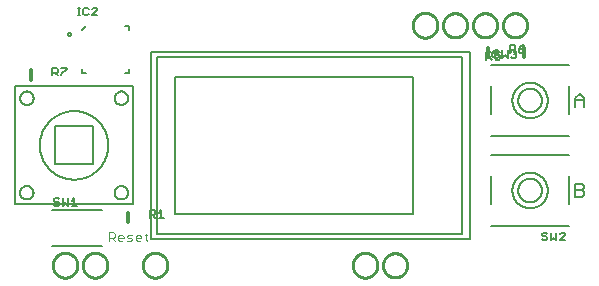
<source format=gbr>
G04 EAGLE Gerber RS-274X export*
G75*
%MOMM*%
%FSLAX34Y34*%
%LPD*%
%INSilkscreen Top*%
%IPPOS*%
%AMOC8*
5,1,8,0,0,1.08239X$1,22.5*%
G01*
%ADD10C,0.101600*%
%ADD11C,0.254000*%
%ADD12C,0.177800*%
%ADD13C,0.203200*%
%ADD14C,0.152400*%
%ADD15C,0.127000*%
%ADD16C,0.304800*%


D10*
X100838Y33528D02*
X100838Y40646D01*
X104397Y40646D01*
X105583Y39460D01*
X105583Y37087D01*
X104397Y35901D01*
X100838Y35901D01*
X103211Y35901D02*
X105583Y33528D01*
X109509Y33528D02*
X111881Y33528D01*
X109509Y33528D02*
X108322Y34714D01*
X108322Y37087D01*
X109509Y38273D01*
X111881Y38273D01*
X113068Y37087D01*
X113068Y35901D01*
X108322Y35901D01*
X115806Y33528D02*
X119365Y33528D01*
X120552Y34714D01*
X119365Y35901D01*
X116993Y35901D01*
X115806Y37087D01*
X116993Y38273D01*
X120552Y38273D01*
X124477Y33528D02*
X126850Y33528D01*
X124477Y33528D02*
X123290Y34714D01*
X123290Y37087D01*
X124477Y38273D01*
X126850Y38273D01*
X128036Y37087D01*
X128036Y35901D01*
X123290Y35901D01*
X131961Y34714D02*
X131961Y39460D01*
X131961Y34714D02*
X133147Y33528D01*
X133147Y38273D02*
X130775Y38273D01*
D11*
X357827Y215900D02*
X357830Y216157D01*
X357840Y216414D01*
X357855Y216670D01*
X357877Y216927D01*
X357906Y217182D01*
X357940Y217437D01*
X357981Y217690D01*
X358028Y217943D01*
X358081Y218195D01*
X358141Y218445D01*
X358206Y218693D01*
X358278Y218940D01*
X358356Y219185D01*
X358439Y219428D01*
X358529Y219669D01*
X358624Y219908D01*
X358725Y220144D01*
X358833Y220378D01*
X358945Y220609D01*
X359064Y220837D01*
X359188Y221062D01*
X359317Y221284D01*
X359452Y221503D01*
X359592Y221718D01*
X359737Y221930D01*
X359888Y222139D01*
X360044Y222343D01*
X360204Y222544D01*
X360370Y222741D01*
X360540Y222933D01*
X360715Y223122D01*
X360894Y223306D01*
X361078Y223485D01*
X361267Y223660D01*
X361459Y223830D01*
X361656Y223996D01*
X361857Y224156D01*
X362061Y224312D01*
X362270Y224463D01*
X362482Y224608D01*
X362697Y224748D01*
X362916Y224883D01*
X363138Y225012D01*
X363363Y225136D01*
X363591Y225255D01*
X363822Y225367D01*
X364056Y225475D01*
X364292Y225576D01*
X364531Y225671D01*
X364772Y225761D01*
X365015Y225844D01*
X365260Y225922D01*
X365507Y225994D01*
X365755Y226059D01*
X366005Y226119D01*
X366257Y226172D01*
X366510Y226219D01*
X366763Y226260D01*
X367018Y226294D01*
X367273Y226323D01*
X367530Y226345D01*
X367786Y226360D01*
X368043Y226370D01*
X368300Y226373D01*
X368557Y226370D01*
X368814Y226360D01*
X369070Y226345D01*
X369327Y226323D01*
X369582Y226294D01*
X369837Y226260D01*
X370090Y226219D01*
X370343Y226172D01*
X370595Y226119D01*
X370845Y226059D01*
X371093Y225994D01*
X371340Y225922D01*
X371585Y225844D01*
X371828Y225761D01*
X372069Y225671D01*
X372308Y225576D01*
X372544Y225475D01*
X372778Y225367D01*
X373009Y225255D01*
X373237Y225136D01*
X373462Y225012D01*
X373684Y224883D01*
X373903Y224748D01*
X374118Y224608D01*
X374330Y224463D01*
X374539Y224312D01*
X374743Y224156D01*
X374944Y223996D01*
X375141Y223830D01*
X375333Y223660D01*
X375522Y223485D01*
X375706Y223306D01*
X375885Y223122D01*
X376060Y222933D01*
X376230Y222741D01*
X376396Y222544D01*
X376556Y222343D01*
X376712Y222139D01*
X376863Y221930D01*
X377008Y221718D01*
X377148Y221503D01*
X377283Y221284D01*
X377412Y221062D01*
X377536Y220837D01*
X377655Y220609D01*
X377767Y220378D01*
X377875Y220144D01*
X377976Y219908D01*
X378071Y219669D01*
X378161Y219428D01*
X378244Y219185D01*
X378322Y218940D01*
X378394Y218693D01*
X378459Y218445D01*
X378519Y218195D01*
X378572Y217943D01*
X378619Y217690D01*
X378660Y217437D01*
X378694Y217182D01*
X378723Y216927D01*
X378745Y216670D01*
X378760Y216414D01*
X378770Y216157D01*
X378773Y215900D01*
X378770Y215643D01*
X378760Y215386D01*
X378745Y215130D01*
X378723Y214873D01*
X378694Y214618D01*
X378660Y214363D01*
X378619Y214110D01*
X378572Y213857D01*
X378519Y213605D01*
X378459Y213355D01*
X378394Y213107D01*
X378322Y212860D01*
X378244Y212615D01*
X378161Y212372D01*
X378071Y212131D01*
X377976Y211892D01*
X377875Y211656D01*
X377767Y211422D01*
X377655Y211191D01*
X377536Y210963D01*
X377412Y210738D01*
X377283Y210516D01*
X377148Y210297D01*
X377008Y210082D01*
X376863Y209870D01*
X376712Y209661D01*
X376556Y209457D01*
X376396Y209256D01*
X376230Y209059D01*
X376060Y208867D01*
X375885Y208678D01*
X375706Y208494D01*
X375522Y208315D01*
X375333Y208140D01*
X375141Y207970D01*
X374944Y207804D01*
X374743Y207644D01*
X374539Y207488D01*
X374330Y207337D01*
X374118Y207192D01*
X373903Y207052D01*
X373684Y206917D01*
X373462Y206788D01*
X373237Y206664D01*
X373009Y206545D01*
X372778Y206433D01*
X372544Y206325D01*
X372308Y206224D01*
X372069Y206129D01*
X371828Y206039D01*
X371585Y205956D01*
X371340Y205878D01*
X371093Y205806D01*
X370845Y205741D01*
X370595Y205681D01*
X370343Y205628D01*
X370090Y205581D01*
X369837Y205540D01*
X369582Y205506D01*
X369327Y205477D01*
X369070Y205455D01*
X368814Y205440D01*
X368557Y205430D01*
X368300Y205427D01*
X368043Y205430D01*
X367786Y205440D01*
X367530Y205455D01*
X367273Y205477D01*
X367018Y205506D01*
X366763Y205540D01*
X366510Y205581D01*
X366257Y205628D01*
X366005Y205681D01*
X365755Y205741D01*
X365507Y205806D01*
X365260Y205878D01*
X365015Y205956D01*
X364772Y206039D01*
X364531Y206129D01*
X364292Y206224D01*
X364056Y206325D01*
X363822Y206433D01*
X363591Y206545D01*
X363363Y206664D01*
X363138Y206788D01*
X362916Y206917D01*
X362697Y207052D01*
X362482Y207192D01*
X362270Y207337D01*
X362061Y207488D01*
X361857Y207644D01*
X361656Y207804D01*
X361459Y207970D01*
X361267Y208140D01*
X361078Y208315D01*
X360894Y208494D01*
X360715Y208678D01*
X360540Y208867D01*
X360370Y209059D01*
X360204Y209256D01*
X360044Y209457D01*
X359888Y209661D01*
X359737Y209870D01*
X359592Y210082D01*
X359452Y210297D01*
X359317Y210516D01*
X359188Y210738D01*
X359064Y210963D01*
X358945Y211191D01*
X358833Y211422D01*
X358725Y211656D01*
X358624Y211892D01*
X358529Y212131D01*
X358439Y212372D01*
X358356Y212615D01*
X358278Y212860D01*
X358206Y213107D01*
X358141Y213355D01*
X358081Y213605D01*
X358028Y213857D01*
X357981Y214110D01*
X357940Y214363D01*
X357906Y214618D01*
X357877Y214873D01*
X357855Y215130D01*
X357840Y215386D01*
X357830Y215643D01*
X357827Y215900D01*
X383461Y215900D02*
X383464Y216151D01*
X383473Y216402D01*
X383489Y216653D01*
X383510Y216904D01*
X383538Y217153D01*
X383572Y217402D01*
X383612Y217650D01*
X383658Y217898D01*
X383710Y218143D01*
X383768Y218388D01*
X383832Y218631D01*
X383902Y218872D01*
X383978Y219112D01*
X384060Y219349D01*
X384147Y219585D01*
X384240Y219818D01*
X384339Y220049D01*
X384444Y220278D01*
X384554Y220504D01*
X384670Y220727D01*
X384791Y220947D01*
X384918Y221164D01*
X385050Y221378D01*
X385187Y221588D01*
X385329Y221796D01*
X385476Y221999D01*
X385628Y222199D01*
X385785Y222396D01*
X385947Y222588D01*
X386113Y222776D01*
X386284Y222960D01*
X386460Y223140D01*
X386640Y223316D01*
X386824Y223487D01*
X387012Y223653D01*
X387204Y223815D01*
X387401Y223972D01*
X387601Y224124D01*
X387804Y224271D01*
X388012Y224413D01*
X388222Y224550D01*
X388436Y224682D01*
X388653Y224809D01*
X388873Y224930D01*
X389096Y225046D01*
X389322Y225156D01*
X389551Y225261D01*
X389782Y225360D01*
X390015Y225453D01*
X390251Y225540D01*
X390488Y225622D01*
X390728Y225698D01*
X390969Y225768D01*
X391212Y225832D01*
X391457Y225890D01*
X391702Y225942D01*
X391950Y225988D01*
X392198Y226028D01*
X392447Y226062D01*
X392696Y226090D01*
X392947Y226111D01*
X393198Y226127D01*
X393449Y226136D01*
X393700Y226139D01*
X393951Y226136D01*
X394202Y226127D01*
X394453Y226111D01*
X394704Y226090D01*
X394953Y226062D01*
X395202Y226028D01*
X395450Y225988D01*
X395698Y225942D01*
X395943Y225890D01*
X396188Y225832D01*
X396431Y225768D01*
X396672Y225698D01*
X396912Y225622D01*
X397149Y225540D01*
X397385Y225453D01*
X397618Y225360D01*
X397849Y225261D01*
X398078Y225156D01*
X398304Y225046D01*
X398527Y224930D01*
X398747Y224809D01*
X398964Y224682D01*
X399178Y224550D01*
X399388Y224413D01*
X399596Y224271D01*
X399799Y224124D01*
X399999Y223972D01*
X400196Y223815D01*
X400388Y223653D01*
X400576Y223487D01*
X400760Y223316D01*
X400940Y223140D01*
X401116Y222960D01*
X401287Y222776D01*
X401453Y222588D01*
X401615Y222396D01*
X401772Y222199D01*
X401924Y221999D01*
X402071Y221796D01*
X402213Y221588D01*
X402350Y221378D01*
X402482Y221164D01*
X402609Y220947D01*
X402730Y220727D01*
X402846Y220504D01*
X402956Y220278D01*
X403061Y220049D01*
X403160Y219818D01*
X403253Y219585D01*
X403340Y219349D01*
X403422Y219112D01*
X403498Y218872D01*
X403568Y218631D01*
X403632Y218388D01*
X403690Y218143D01*
X403742Y217898D01*
X403788Y217650D01*
X403828Y217402D01*
X403862Y217153D01*
X403890Y216904D01*
X403911Y216653D01*
X403927Y216402D01*
X403936Y216151D01*
X403939Y215900D01*
X403936Y215649D01*
X403927Y215398D01*
X403911Y215147D01*
X403890Y214896D01*
X403862Y214647D01*
X403828Y214398D01*
X403788Y214150D01*
X403742Y213902D01*
X403690Y213657D01*
X403632Y213412D01*
X403568Y213169D01*
X403498Y212928D01*
X403422Y212688D01*
X403340Y212451D01*
X403253Y212215D01*
X403160Y211982D01*
X403061Y211751D01*
X402956Y211522D01*
X402846Y211296D01*
X402730Y211073D01*
X402609Y210853D01*
X402482Y210636D01*
X402350Y210422D01*
X402213Y210212D01*
X402071Y210004D01*
X401924Y209801D01*
X401772Y209601D01*
X401615Y209404D01*
X401453Y209212D01*
X401287Y209024D01*
X401116Y208840D01*
X400940Y208660D01*
X400760Y208484D01*
X400576Y208313D01*
X400388Y208147D01*
X400196Y207985D01*
X399999Y207828D01*
X399799Y207676D01*
X399596Y207529D01*
X399388Y207387D01*
X399178Y207250D01*
X398964Y207118D01*
X398747Y206991D01*
X398527Y206870D01*
X398304Y206754D01*
X398078Y206644D01*
X397849Y206539D01*
X397618Y206440D01*
X397385Y206347D01*
X397149Y206260D01*
X396912Y206178D01*
X396672Y206102D01*
X396431Y206032D01*
X396188Y205968D01*
X395943Y205910D01*
X395698Y205858D01*
X395450Y205812D01*
X395202Y205772D01*
X394953Y205738D01*
X394704Y205710D01*
X394453Y205689D01*
X394202Y205673D01*
X393951Y205664D01*
X393700Y205661D01*
X393449Y205664D01*
X393198Y205673D01*
X392947Y205689D01*
X392696Y205710D01*
X392447Y205738D01*
X392198Y205772D01*
X391950Y205812D01*
X391702Y205858D01*
X391457Y205910D01*
X391212Y205968D01*
X390969Y206032D01*
X390728Y206102D01*
X390488Y206178D01*
X390251Y206260D01*
X390015Y206347D01*
X389782Y206440D01*
X389551Y206539D01*
X389322Y206644D01*
X389096Y206754D01*
X388873Y206870D01*
X388653Y206991D01*
X388436Y207118D01*
X388222Y207250D01*
X388012Y207387D01*
X387804Y207529D01*
X387601Y207676D01*
X387401Y207828D01*
X387204Y207985D01*
X387012Y208147D01*
X386824Y208313D01*
X386640Y208484D01*
X386460Y208660D01*
X386284Y208840D01*
X386113Y209024D01*
X385947Y209212D01*
X385785Y209404D01*
X385628Y209601D01*
X385476Y209801D01*
X385329Y210004D01*
X385187Y210212D01*
X385050Y210422D01*
X384918Y210636D01*
X384791Y210853D01*
X384670Y211073D01*
X384554Y211296D01*
X384444Y211522D01*
X384339Y211751D01*
X384240Y211982D01*
X384147Y212215D01*
X384060Y212451D01*
X383978Y212688D01*
X383902Y212928D01*
X383832Y213169D01*
X383768Y213412D01*
X383710Y213657D01*
X383658Y213902D01*
X383612Y214150D01*
X383572Y214398D01*
X383538Y214647D01*
X383510Y214896D01*
X383489Y215147D01*
X383473Y215398D01*
X383464Y215649D01*
X383461Y215900D01*
X408861Y215900D02*
X408864Y216151D01*
X408873Y216402D01*
X408889Y216653D01*
X408910Y216904D01*
X408938Y217153D01*
X408972Y217402D01*
X409012Y217650D01*
X409058Y217898D01*
X409110Y218143D01*
X409168Y218388D01*
X409232Y218631D01*
X409302Y218872D01*
X409378Y219112D01*
X409460Y219349D01*
X409547Y219585D01*
X409640Y219818D01*
X409739Y220049D01*
X409844Y220278D01*
X409954Y220504D01*
X410070Y220727D01*
X410191Y220947D01*
X410318Y221164D01*
X410450Y221378D01*
X410587Y221588D01*
X410729Y221796D01*
X410876Y221999D01*
X411028Y222199D01*
X411185Y222396D01*
X411347Y222588D01*
X411513Y222776D01*
X411684Y222960D01*
X411860Y223140D01*
X412040Y223316D01*
X412224Y223487D01*
X412412Y223653D01*
X412604Y223815D01*
X412801Y223972D01*
X413001Y224124D01*
X413204Y224271D01*
X413412Y224413D01*
X413622Y224550D01*
X413836Y224682D01*
X414053Y224809D01*
X414273Y224930D01*
X414496Y225046D01*
X414722Y225156D01*
X414951Y225261D01*
X415182Y225360D01*
X415415Y225453D01*
X415651Y225540D01*
X415888Y225622D01*
X416128Y225698D01*
X416369Y225768D01*
X416612Y225832D01*
X416857Y225890D01*
X417102Y225942D01*
X417350Y225988D01*
X417598Y226028D01*
X417847Y226062D01*
X418096Y226090D01*
X418347Y226111D01*
X418598Y226127D01*
X418849Y226136D01*
X419100Y226139D01*
X419351Y226136D01*
X419602Y226127D01*
X419853Y226111D01*
X420104Y226090D01*
X420353Y226062D01*
X420602Y226028D01*
X420850Y225988D01*
X421098Y225942D01*
X421343Y225890D01*
X421588Y225832D01*
X421831Y225768D01*
X422072Y225698D01*
X422312Y225622D01*
X422549Y225540D01*
X422785Y225453D01*
X423018Y225360D01*
X423249Y225261D01*
X423478Y225156D01*
X423704Y225046D01*
X423927Y224930D01*
X424147Y224809D01*
X424364Y224682D01*
X424578Y224550D01*
X424788Y224413D01*
X424996Y224271D01*
X425199Y224124D01*
X425399Y223972D01*
X425596Y223815D01*
X425788Y223653D01*
X425976Y223487D01*
X426160Y223316D01*
X426340Y223140D01*
X426516Y222960D01*
X426687Y222776D01*
X426853Y222588D01*
X427015Y222396D01*
X427172Y222199D01*
X427324Y221999D01*
X427471Y221796D01*
X427613Y221588D01*
X427750Y221378D01*
X427882Y221164D01*
X428009Y220947D01*
X428130Y220727D01*
X428246Y220504D01*
X428356Y220278D01*
X428461Y220049D01*
X428560Y219818D01*
X428653Y219585D01*
X428740Y219349D01*
X428822Y219112D01*
X428898Y218872D01*
X428968Y218631D01*
X429032Y218388D01*
X429090Y218143D01*
X429142Y217898D01*
X429188Y217650D01*
X429228Y217402D01*
X429262Y217153D01*
X429290Y216904D01*
X429311Y216653D01*
X429327Y216402D01*
X429336Y216151D01*
X429339Y215900D01*
X429336Y215649D01*
X429327Y215398D01*
X429311Y215147D01*
X429290Y214896D01*
X429262Y214647D01*
X429228Y214398D01*
X429188Y214150D01*
X429142Y213902D01*
X429090Y213657D01*
X429032Y213412D01*
X428968Y213169D01*
X428898Y212928D01*
X428822Y212688D01*
X428740Y212451D01*
X428653Y212215D01*
X428560Y211982D01*
X428461Y211751D01*
X428356Y211522D01*
X428246Y211296D01*
X428130Y211073D01*
X428009Y210853D01*
X427882Y210636D01*
X427750Y210422D01*
X427613Y210212D01*
X427471Y210004D01*
X427324Y209801D01*
X427172Y209601D01*
X427015Y209404D01*
X426853Y209212D01*
X426687Y209024D01*
X426516Y208840D01*
X426340Y208660D01*
X426160Y208484D01*
X425976Y208313D01*
X425788Y208147D01*
X425596Y207985D01*
X425399Y207828D01*
X425199Y207676D01*
X424996Y207529D01*
X424788Y207387D01*
X424578Y207250D01*
X424364Y207118D01*
X424147Y206991D01*
X423927Y206870D01*
X423704Y206754D01*
X423478Y206644D01*
X423249Y206539D01*
X423018Y206440D01*
X422785Y206347D01*
X422549Y206260D01*
X422312Y206178D01*
X422072Y206102D01*
X421831Y206032D01*
X421588Y205968D01*
X421343Y205910D01*
X421098Y205858D01*
X420850Y205812D01*
X420602Y205772D01*
X420353Y205738D01*
X420104Y205710D01*
X419853Y205689D01*
X419602Y205673D01*
X419351Y205664D01*
X419100Y205661D01*
X418849Y205664D01*
X418598Y205673D01*
X418347Y205689D01*
X418096Y205710D01*
X417847Y205738D01*
X417598Y205772D01*
X417350Y205812D01*
X417102Y205858D01*
X416857Y205910D01*
X416612Y205968D01*
X416369Y206032D01*
X416128Y206102D01*
X415888Y206178D01*
X415651Y206260D01*
X415415Y206347D01*
X415182Y206440D01*
X414951Y206539D01*
X414722Y206644D01*
X414496Y206754D01*
X414273Y206870D01*
X414053Y206991D01*
X413836Y207118D01*
X413622Y207250D01*
X413412Y207387D01*
X413204Y207529D01*
X413001Y207676D01*
X412801Y207828D01*
X412604Y207985D01*
X412412Y208147D01*
X412224Y208313D01*
X412040Y208484D01*
X411860Y208660D01*
X411684Y208840D01*
X411513Y209024D01*
X411347Y209212D01*
X411185Y209404D01*
X411028Y209601D01*
X410876Y209801D01*
X410729Y210004D01*
X410587Y210212D01*
X410450Y210422D01*
X410318Y210636D01*
X410191Y210853D01*
X410070Y211073D01*
X409954Y211296D01*
X409844Y211522D01*
X409739Y211751D01*
X409640Y211982D01*
X409547Y212215D01*
X409460Y212451D01*
X409378Y212688D01*
X409302Y212928D01*
X409232Y213169D01*
X409168Y213412D01*
X409110Y213657D01*
X409058Y213902D01*
X409012Y214150D01*
X408972Y214398D01*
X408938Y214647D01*
X408910Y214896D01*
X408889Y215147D01*
X408873Y215398D01*
X408864Y215649D01*
X408861Y215900D01*
X434261Y215900D02*
X434264Y216151D01*
X434273Y216402D01*
X434289Y216653D01*
X434310Y216904D01*
X434338Y217153D01*
X434372Y217402D01*
X434412Y217650D01*
X434458Y217898D01*
X434510Y218143D01*
X434568Y218388D01*
X434632Y218631D01*
X434702Y218872D01*
X434778Y219112D01*
X434860Y219349D01*
X434947Y219585D01*
X435040Y219818D01*
X435139Y220049D01*
X435244Y220278D01*
X435354Y220504D01*
X435470Y220727D01*
X435591Y220947D01*
X435718Y221164D01*
X435850Y221378D01*
X435987Y221588D01*
X436129Y221796D01*
X436276Y221999D01*
X436428Y222199D01*
X436585Y222396D01*
X436747Y222588D01*
X436913Y222776D01*
X437084Y222960D01*
X437260Y223140D01*
X437440Y223316D01*
X437624Y223487D01*
X437812Y223653D01*
X438004Y223815D01*
X438201Y223972D01*
X438401Y224124D01*
X438604Y224271D01*
X438812Y224413D01*
X439022Y224550D01*
X439236Y224682D01*
X439453Y224809D01*
X439673Y224930D01*
X439896Y225046D01*
X440122Y225156D01*
X440351Y225261D01*
X440582Y225360D01*
X440815Y225453D01*
X441051Y225540D01*
X441288Y225622D01*
X441528Y225698D01*
X441769Y225768D01*
X442012Y225832D01*
X442257Y225890D01*
X442502Y225942D01*
X442750Y225988D01*
X442998Y226028D01*
X443247Y226062D01*
X443496Y226090D01*
X443747Y226111D01*
X443998Y226127D01*
X444249Y226136D01*
X444500Y226139D01*
X444751Y226136D01*
X445002Y226127D01*
X445253Y226111D01*
X445504Y226090D01*
X445753Y226062D01*
X446002Y226028D01*
X446250Y225988D01*
X446498Y225942D01*
X446743Y225890D01*
X446988Y225832D01*
X447231Y225768D01*
X447472Y225698D01*
X447712Y225622D01*
X447949Y225540D01*
X448185Y225453D01*
X448418Y225360D01*
X448649Y225261D01*
X448878Y225156D01*
X449104Y225046D01*
X449327Y224930D01*
X449547Y224809D01*
X449764Y224682D01*
X449978Y224550D01*
X450188Y224413D01*
X450396Y224271D01*
X450599Y224124D01*
X450799Y223972D01*
X450996Y223815D01*
X451188Y223653D01*
X451376Y223487D01*
X451560Y223316D01*
X451740Y223140D01*
X451916Y222960D01*
X452087Y222776D01*
X452253Y222588D01*
X452415Y222396D01*
X452572Y222199D01*
X452724Y221999D01*
X452871Y221796D01*
X453013Y221588D01*
X453150Y221378D01*
X453282Y221164D01*
X453409Y220947D01*
X453530Y220727D01*
X453646Y220504D01*
X453756Y220278D01*
X453861Y220049D01*
X453960Y219818D01*
X454053Y219585D01*
X454140Y219349D01*
X454222Y219112D01*
X454298Y218872D01*
X454368Y218631D01*
X454432Y218388D01*
X454490Y218143D01*
X454542Y217898D01*
X454588Y217650D01*
X454628Y217402D01*
X454662Y217153D01*
X454690Y216904D01*
X454711Y216653D01*
X454727Y216402D01*
X454736Y216151D01*
X454739Y215900D01*
X454736Y215649D01*
X454727Y215398D01*
X454711Y215147D01*
X454690Y214896D01*
X454662Y214647D01*
X454628Y214398D01*
X454588Y214150D01*
X454542Y213902D01*
X454490Y213657D01*
X454432Y213412D01*
X454368Y213169D01*
X454298Y212928D01*
X454222Y212688D01*
X454140Y212451D01*
X454053Y212215D01*
X453960Y211982D01*
X453861Y211751D01*
X453756Y211522D01*
X453646Y211296D01*
X453530Y211073D01*
X453409Y210853D01*
X453282Y210636D01*
X453150Y210422D01*
X453013Y210212D01*
X452871Y210004D01*
X452724Y209801D01*
X452572Y209601D01*
X452415Y209404D01*
X452253Y209212D01*
X452087Y209024D01*
X451916Y208840D01*
X451740Y208660D01*
X451560Y208484D01*
X451376Y208313D01*
X451188Y208147D01*
X450996Y207985D01*
X450799Y207828D01*
X450599Y207676D01*
X450396Y207529D01*
X450188Y207387D01*
X449978Y207250D01*
X449764Y207118D01*
X449547Y206991D01*
X449327Y206870D01*
X449104Y206754D01*
X448878Y206644D01*
X448649Y206539D01*
X448418Y206440D01*
X448185Y206347D01*
X447949Y206260D01*
X447712Y206178D01*
X447472Y206102D01*
X447231Y206032D01*
X446988Y205968D01*
X446743Y205910D01*
X446498Y205858D01*
X446250Y205812D01*
X446002Y205772D01*
X445753Y205738D01*
X445504Y205710D01*
X445253Y205689D01*
X445002Y205673D01*
X444751Y205664D01*
X444500Y205661D01*
X444249Y205664D01*
X443998Y205673D01*
X443747Y205689D01*
X443496Y205710D01*
X443247Y205738D01*
X442998Y205772D01*
X442750Y205812D01*
X442502Y205858D01*
X442257Y205910D01*
X442012Y205968D01*
X441769Y206032D01*
X441528Y206102D01*
X441288Y206178D01*
X441051Y206260D01*
X440815Y206347D01*
X440582Y206440D01*
X440351Y206539D01*
X440122Y206644D01*
X439896Y206754D01*
X439673Y206870D01*
X439453Y206991D01*
X439236Y207118D01*
X439022Y207250D01*
X438812Y207387D01*
X438604Y207529D01*
X438401Y207676D01*
X438201Y207828D01*
X438004Y207985D01*
X437812Y208147D01*
X437624Y208313D01*
X437440Y208484D01*
X437260Y208660D01*
X437084Y208840D01*
X436913Y209024D01*
X436747Y209212D01*
X436585Y209404D01*
X436428Y209601D01*
X436276Y209801D01*
X436129Y210004D01*
X435987Y210212D01*
X435850Y210422D01*
X435718Y210636D01*
X435591Y210853D01*
X435470Y211073D01*
X435354Y211296D01*
X435244Y211522D01*
X435139Y211751D01*
X435040Y211982D01*
X434947Y212215D01*
X434860Y212451D01*
X434778Y212688D01*
X434702Y212928D01*
X434632Y213169D01*
X434568Y213412D01*
X434510Y213657D01*
X434458Y213902D01*
X434412Y214150D01*
X434372Y214398D01*
X434338Y214647D01*
X434310Y214896D01*
X434289Y215147D01*
X434273Y215398D01*
X434264Y215649D01*
X434261Y215900D01*
X307027Y12700D02*
X307030Y12957D01*
X307040Y13214D01*
X307055Y13470D01*
X307077Y13727D01*
X307106Y13982D01*
X307140Y14237D01*
X307181Y14490D01*
X307228Y14743D01*
X307281Y14995D01*
X307341Y15245D01*
X307406Y15493D01*
X307478Y15740D01*
X307556Y15985D01*
X307639Y16228D01*
X307729Y16469D01*
X307824Y16708D01*
X307925Y16944D01*
X308033Y17178D01*
X308145Y17409D01*
X308264Y17637D01*
X308388Y17862D01*
X308517Y18084D01*
X308652Y18303D01*
X308792Y18518D01*
X308937Y18730D01*
X309088Y18939D01*
X309244Y19143D01*
X309404Y19344D01*
X309570Y19541D01*
X309740Y19733D01*
X309915Y19922D01*
X310094Y20106D01*
X310278Y20285D01*
X310467Y20460D01*
X310659Y20630D01*
X310856Y20796D01*
X311057Y20956D01*
X311261Y21112D01*
X311470Y21263D01*
X311682Y21408D01*
X311897Y21548D01*
X312116Y21683D01*
X312338Y21812D01*
X312563Y21936D01*
X312791Y22055D01*
X313022Y22167D01*
X313256Y22275D01*
X313492Y22376D01*
X313731Y22471D01*
X313972Y22561D01*
X314215Y22644D01*
X314460Y22722D01*
X314707Y22794D01*
X314955Y22859D01*
X315205Y22919D01*
X315457Y22972D01*
X315710Y23019D01*
X315963Y23060D01*
X316218Y23094D01*
X316473Y23123D01*
X316730Y23145D01*
X316986Y23160D01*
X317243Y23170D01*
X317500Y23173D01*
X317757Y23170D01*
X318014Y23160D01*
X318270Y23145D01*
X318527Y23123D01*
X318782Y23094D01*
X319037Y23060D01*
X319290Y23019D01*
X319543Y22972D01*
X319795Y22919D01*
X320045Y22859D01*
X320293Y22794D01*
X320540Y22722D01*
X320785Y22644D01*
X321028Y22561D01*
X321269Y22471D01*
X321508Y22376D01*
X321744Y22275D01*
X321978Y22167D01*
X322209Y22055D01*
X322437Y21936D01*
X322662Y21812D01*
X322884Y21683D01*
X323103Y21548D01*
X323318Y21408D01*
X323530Y21263D01*
X323739Y21112D01*
X323943Y20956D01*
X324144Y20796D01*
X324341Y20630D01*
X324533Y20460D01*
X324722Y20285D01*
X324906Y20106D01*
X325085Y19922D01*
X325260Y19733D01*
X325430Y19541D01*
X325596Y19344D01*
X325756Y19143D01*
X325912Y18939D01*
X326063Y18730D01*
X326208Y18518D01*
X326348Y18303D01*
X326483Y18084D01*
X326612Y17862D01*
X326736Y17637D01*
X326855Y17409D01*
X326967Y17178D01*
X327075Y16944D01*
X327176Y16708D01*
X327271Y16469D01*
X327361Y16228D01*
X327444Y15985D01*
X327522Y15740D01*
X327594Y15493D01*
X327659Y15245D01*
X327719Y14995D01*
X327772Y14743D01*
X327819Y14490D01*
X327860Y14237D01*
X327894Y13982D01*
X327923Y13727D01*
X327945Y13470D01*
X327960Y13214D01*
X327970Y12957D01*
X327973Y12700D01*
X327970Y12443D01*
X327960Y12186D01*
X327945Y11930D01*
X327923Y11673D01*
X327894Y11418D01*
X327860Y11163D01*
X327819Y10910D01*
X327772Y10657D01*
X327719Y10405D01*
X327659Y10155D01*
X327594Y9907D01*
X327522Y9660D01*
X327444Y9415D01*
X327361Y9172D01*
X327271Y8931D01*
X327176Y8692D01*
X327075Y8456D01*
X326967Y8222D01*
X326855Y7991D01*
X326736Y7763D01*
X326612Y7538D01*
X326483Y7316D01*
X326348Y7097D01*
X326208Y6882D01*
X326063Y6670D01*
X325912Y6461D01*
X325756Y6257D01*
X325596Y6056D01*
X325430Y5859D01*
X325260Y5667D01*
X325085Y5478D01*
X324906Y5294D01*
X324722Y5115D01*
X324533Y4940D01*
X324341Y4770D01*
X324144Y4604D01*
X323943Y4444D01*
X323739Y4288D01*
X323530Y4137D01*
X323318Y3992D01*
X323103Y3852D01*
X322884Y3717D01*
X322662Y3588D01*
X322437Y3464D01*
X322209Y3345D01*
X321978Y3233D01*
X321744Y3125D01*
X321508Y3024D01*
X321269Y2929D01*
X321028Y2839D01*
X320785Y2756D01*
X320540Y2678D01*
X320293Y2606D01*
X320045Y2541D01*
X319795Y2481D01*
X319543Y2428D01*
X319290Y2381D01*
X319037Y2340D01*
X318782Y2306D01*
X318527Y2277D01*
X318270Y2255D01*
X318014Y2240D01*
X317757Y2230D01*
X317500Y2227D01*
X317243Y2230D01*
X316986Y2240D01*
X316730Y2255D01*
X316473Y2277D01*
X316218Y2306D01*
X315963Y2340D01*
X315710Y2381D01*
X315457Y2428D01*
X315205Y2481D01*
X314955Y2541D01*
X314707Y2606D01*
X314460Y2678D01*
X314215Y2756D01*
X313972Y2839D01*
X313731Y2929D01*
X313492Y3024D01*
X313256Y3125D01*
X313022Y3233D01*
X312791Y3345D01*
X312563Y3464D01*
X312338Y3588D01*
X312116Y3717D01*
X311897Y3852D01*
X311682Y3992D01*
X311470Y4137D01*
X311261Y4288D01*
X311057Y4444D01*
X310856Y4604D01*
X310659Y4770D01*
X310467Y4940D01*
X310278Y5115D01*
X310094Y5294D01*
X309915Y5478D01*
X309740Y5667D01*
X309570Y5859D01*
X309404Y6056D01*
X309244Y6257D01*
X309088Y6461D01*
X308937Y6670D01*
X308792Y6882D01*
X308652Y7097D01*
X308517Y7316D01*
X308388Y7538D01*
X308264Y7763D01*
X308145Y7991D01*
X308033Y8222D01*
X307925Y8456D01*
X307824Y8692D01*
X307729Y8931D01*
X307639Y9172D01*
X307556Y9415D01*
X307478Y9660D01*
X307406Y9907D01*
X307341Y10155D01*
X307281Y10405D01*
X307228Y10657D01*
X307181Y10910D01*
X307140Y11163D01*
X307106Y11418D01*
X307077Y11673D01*
X307055Y11930D01*
X307040Y12186D01*
X307030Y12443D01*
X307027Y12700D01*
X332661Y12700D02*
X332664Y12951D01*
X332673Y13202D01*
X332689Y13453D01*
X332710Y13704D01*
X332738Y13953D01*
X332772Y14202D01*
X332812Y14450D01*
X332858Y14698D01*
X332910Y14943D01*
X332968Y15188D01*
X333032Y15431D01*
X333102Y15672D01*
X333178Y15912D01*
X333260Y16149D01*
X333347Y16385D01*
X333440Y16618D01*
X333539Y16849D01*
X333644Y17078D01*
X333754Y17304D01*
X333870Y17527D01*
X333991Y17747D01*
X334118Y17964D01*
X334250Y18178D01*
X334387Y18388D01*
X334529Y18596D01*
X334676Y18799D01*
X334828Y18999D01*
X334985Y19196D01*
X335147Y19388D01*
X335313Y19576D01*
X335484Y19760D01*
X335660Y19940D01*
X335840Y20116D01*
X336024Y20287D01*
X336212Y20453D01*
X336404Y20615D01*
X336601Y20772D01*
X336801Y20924D01*
X337004Y21071D01*
X337212Y21213D01*
X337422Y21350D01*
X337636Y21482D01*
X337853Y21609D01*
X338073Y21730D01*
X338296Y21846D01*
X338522Y21956D01*
X338751Y22061D01*
X338982Y22160D01*
X339215Y22253D01*
X339451Y22340D01*
X339688Y22422D01*
X339928Y22498D01*
X340169Y22568D01*
X340412Y22632D01*
X340657Y22690D01*
X340902Y22742D01*
X341150Y22788D01*
X341398Y22828D01*
X341647Y22862D01*
X341896Y22890D01*
X342147Y22911D01*
X342398Y22927D01*
X342649Y22936D01*
X342900Y22939D01*
X343151Y22936D01*
X343402Y22927D01*
X343653Y22911D01*
X343904Y22890D01*
X344153Y22862D01*
X344402Y22828D01*
X344650Y22788D01*
X344898Y22742D01*
X345143Y22690D01*
X345388Y22632D01*
X345631Y22568D01*
X345872Y22498D01*
X346112Y22422D01*
X346349Y22340D01*
X346585Y22253D01*
X346818Y22160D01*
X347049Y22061D01*
X347278Y21956D01*
X347504Y21846D01*
X347727Y21730D01*
X347947Y21609D01*
X348164Y21482D01*
X348378Y21350D01*
X348588Y21213D01*
X348796Y21071D01*
X348999Y20924D01*
X349199Y20772D01*
X349396Y20615D01*
X349588Y20453D01*
X349776Y20287D01*
X349960Y20116D01*
X350140Y19940D01*
X350316Y19760D01*
X350487Y19576D01*
X350653Y19388D01*
X350815Y19196D01*
X350972Y18999D01*
X351124Y18799D01*
X351271Y18596D01*
X351413Y18388D01*
X351550Y18178D01*
X351682Y17964D01*
X351809Y17747D01*
X351930Y17527D01*
X352046Y17304D01*
X352156Y17078D01*
X352261Y16849D01*
X352360Y16618D01*
X352453Y16385D01*
X352540Y16149D01*
X352622Y15912D01*
X352698Y15672D01*
X352768Y15431D01*
X352832Y15188D01*
X352890Y14943D01*
X352942Y14698D01*
X352988Y14450D01*
X353028Y14202D01*
X353062Y13953D01*
X353090Y13704D01*
X353111Y13453D01*
X353127Y13202D01*
X353136Y12951D01*
X353139Y12700D01*
X353136Y12449D01*
X353127Y12198D01*
X353111Y11947D01*
X353090Y11696D01*
X353062Y11447D01*
X353028Y11198D01*
X352988Y10950D01*
X352942Y10702D01*
X352890Y10457D01*
X352832Y10212D01*
X352768Y9969D01*
X352698Y9728D01*
X352622Y9488D01*
X352540Y9251D01*
X352453Y9015D01*
X352360Y8782D01*
X352261Y8551D01*
X352156Y8322D01*
X352046Y8096D01*
X351930Y7873D01*
X351809Y7653D01*
X351682Y7436D01*
X351550Y7222D01*
X351413Y7012D01*
X351271Y6804D01*
X351124Y6601D01*
X350972Y6401D01*
X350815Y6204D01*
X350653Y6012D01*
X350487Y5824D01*
X350316Y5640D01*
X350140Y5460D01*
X349960Y5284D01*
X349776Y5113D01*
X349588Y4947D01*
X349396Y4785D01*
X349199Y4628D01*
X348999Y4476D01*
X348796Y4329D01*
X348588Y4187D01*
X348378Y4050D01*
X348164Y3918D01*
X347947Y3791D01*
X347727Y3670D01*
X347504Y3554D01*
X347278Y3444D01*
X347049Y3339D01*
X346818Y3240D01*
X346585Y3147D01*
X346349Y3060D01*
X346112Y2978D01*
X345872Y2902D01*
X345631Y2832D01*
X345388Y2768D01*
X345143Y2710D01*
X344898Y2658D01*
X344650Y2612D01*
X344402Y2572D01*
X344153Y2538D01*
X343904Y2510D01*
X343653Y2489D01*
X343402Y2473D01*
X343151Y2464D01*
X342900Y2461D01*
X342649Y2464D01*
X342398Y2473D01*
X342147Y2489D01*
X341896Y2510D01*
X341647Y2538D01*
X341398Y2572D01*
X341150Y2612D01*
X340902Y2658D01*
X340657Y2710D01*
X340412Y2768D01*
X340169Y2832D01*
X339928Y2902D01*
X339688Y2978D01*
X339451Y3060D01*
X339215Y3147D01*
X338982Y3240D01*
X338751Y3339D01*
X338522Y3444D01*
X338296Y3554D01*
X338073Y3670D01*
X337853Y3791D01*
X337636Y3918D01*
X337422Y4050D01*
X337212Y4187D01*
X337004Y4329D01*
X336801Y4476D01*
X336601Y4628D01*
X336404Y4785D01*
X336212Y4947D01*
X336024Y5113D01*
X335840Y5284D01*
X335660Y5460D01*
X335484Y5640D01*
X335313Y5824D01*
X335147Y6012D01*
X334985Y6204D01*
X334828Y6401D01*
X334676Y6601D01*
X334529Y6804D01*
X334387Y7012D01*
X334250Y7222D01*
X334118Y7436D01*
X333991Y7653D01*
X333870Y7873D01*
X333754Y8096D01*
X333644Y8322D01*
X333539Y8551D01*
X333440Y8782D01*
X333347Y9015D01*
X333260Y9251D01*
X333178Y9488D01*
X333102Y9728D01*
X333032Y9969D01*
X332968Y10212D01*
X332910Y10457D01*
X332858Y10702D01*
X332812Y10950D01*
X332772Y11198D01*
X332738Y11447D01*
X332710Y11696D01*
X332689Y11947D01*
X332673Y12198D01*
X332664Y12449D01*
X332661Y12700D01*
D12*
X495422Y146939D02*
X495422Y154227D01*
X499066Y157870D01*
X502710Y154227D01*
X502710Y146939D01*
X502710Y152405D02*
X495422Y152405D01*
X495422Y81670D02*
X495422Y70739D01*
X495422Y81670D02*
X500888Y81670D01*
X502710Y79848D01*
X502710Y78027D01*
X500888Y76205D01*
X502710Y74383D01*
X502710Y72561D01*
X500888Y70739D01*
X495422Y70739D01*
X495422Y76205D02*
X500888Y76205D01*
D11*
X129227Y12700D02*
X129230Y12957D01*
X129240Y13214D01*
X129255Y13470D01*
X129277Y13727D01*
X129306Y13982D01*
X129340Y14237D01*
X129381Y14490D01*
X129428Y14743D01*
X129481Y14995D01*
X129541Y15245D01*
X129606Y15493D01*
X129678Y15740D01*
X129756Y15985D01*
X129839Y16228D01*
X129929Y16469D01*
X130024Y16708D01*
X130125Y16944D01*
X130233Y17178D01*
X130345Y17409D01*
X130464Y17637D01*
X130588Y17862D01*
X130717Y18084D01*
X130852Y18303D01*
X130992Y18518D01*
X131137Y18730D01*
X131288Y18939D01*
X131444Y19143D01*
X131604Y19344D01*
X131770Y19541D01*
X131940Y19733D01*
X132115Y19922D01*
X132294Y20106D01*
X132478Y20285D01*
X132667Y20460D01*
X132859Y20630D01*
X133056Y20796D01*
X133257Y20956D01*
X133461Y21112D01*
X133670Y21263D01*
X133882Y21408D01*
X134097Y21548D01*
X134316Y21683D01*
X134538Y21812D01*
X134763Y21936D01*
X134991Y22055D01*
X135222Y22167D01*
X135456Y22275D01*
X135692Y22376D01*
X135931Y22471D01*
X136172Y22561D01*
X136415Y22644D01*
X136660Y22722D01*
X136907Y22794D01*
X137155Y22859D01*
X137405Y22919D01*
X137657Y22972D01*
X137910Y23019D01*
X138163Y23060D01*
X138418Y23094D01*
X138673Y23123D01*
X138930Y23145D01*
X139186Y23160D01*
X139443Y23170D01*
X139700Y23173D01*
X139957Y23170D01*
X140214Y23160D01*
X140470Y23145D01*
X140727Y23123D01*
X140982Y23094D01*
X141237Y23060D01*
X141490Y23019D01*
X141743Y22972D01*
X141995Y22919D01*
X142245Y22859D01*
X142493Y22794D01*
X142740Y22722D01*
X142985Y22644D01*
X143228Y22561D01*
X143469Y22471D01*
X143708Y22376D01*
X143944Y22275D01*
X144178Y22167D01*
X144409Y22055D01*
X144637Y21936D01*
X144862Y21812D01*
X145084Y21683D01*
X145303Y21548D01*
X145518Y21408D01*
X145730Y21263D01*
X145939Y21112D01*
X146143Y20956D01*
X146344Y20796D01*
X146541Y20630D01*
X146733Y20460D01*
X146922Y20285D01*
X147106Y20106D01*
X147285Y19922D01*
X147460Y19733D01*
X147630Y19541D01*
X147796Y19344D01*
X147956Y19143D01*
X148112Y18939D01*
X148263Y18730D01*
X148408Y18518D01*
X148548Y18303D01*
X148683Y18084D01*
X148812Y17862D01*
X148936Y17637D01*
X149055Y17409D01*
X149167Y17178D01*
X149275Y16944D01*
X149376Y16708D01*
X149471Y16469D01*
X149561Y16228D01*
X149644Y15985D01*
X149722Y15740D01*
X149794Y15493D01*
X149859Y15245D01*
X149919Y14995D01*
X149972Y14743D01*
X150019Y14490D01*
X150060Y14237D01*
X150094Y13982D01*
X150123Y13727D01*
X150145Y13470D01*
X150160Y13214D01*
X150170Y12957D01*
X150173Y12700D01*
X150170Y12443D01*
X150160Y12186D01*
X150145Y11930D01*
X150123Y11673D01*
X150094Y11418D01*
X150060Y11163D01*
X150019Y10910D01*
X149972Y10657D01*
X149919Y10405D01*
X149859Y10155D01*
X149794Y9907D01*
X149722Y9660D01*
X149644Y9415D01*
X149561Y9172D01*
X149471Y8931D01*
X149376Y8692D01*
X149275Y8456D01*
X149167Y8222D01*
X149055Y7991D01*
X148936Y7763D01*
X148812Y7538D01*
X148683Y7316D01*
X148548Y7097D01*
X148408Y6882D01*
X148263Y6670D01*
X148112Y6461D01*
X147956Y6257D01*
X147796Y6056D01*
X147630Y5859D01*
X147460Y5667D01*
X147285Y5478D01*
X147106Y5294D01*
X146922Y5115D01*
X146733Y4940D01*
X146541Y4770D01*
X146344Y4604D01*
X146143Y4444D01*
X145939Y4288D01*
X145730Y4137D01*
X145518Y3992D01*
X145303Y3852D01*
X145084Y3717D01*
X144862Y3588D01*
X144637Y3464D01*
X144409Y3345D01*
X144178Y3233D01*
X143944Y3125D01*
X143708Y3024D01*
X143469Y2929D01*
X143228Y2839D01*
X142985Y2756D01*
X142740Y2678D01*
X142493Y2606D01*
X142245Y2541D01*
X141995Y2481D01*
X141743Y2428D01*
X141490Y2381D01*
X141237Y2340D01*
X140982Y2306D01*
X140727Y2277D01*
X140470Y2255D01*
X140214Y2240D01*
X139957Y2230D01*
X139700Y2227D01*
X139443Y2230D01*
X139186Y2240D01*
X138930Y2255D01*
X138673Y2277D01*
X138418Y2306D01*
X138163Y2340D01*
X137910Y2381D01*
X137657Y2428D01*
X137405Y2481D01*
X137155Y2541D01*
X136907Y2606D01*
X136660Y2678D01*
X136415Y2756D01*
X136172Y2839D01*
X135931Y2929D01*
X135692Y3024D01*
X135456Y3125D01*
X135222Y3233D01*
X134991Y3345D01*
X134763Y3464D01*
X134538Y3588D01*
X134316Y3717D01*
X134097Y3852D01*
X133882Y3992D01*
X133670Y4137D01*
X133461Y4288D01*
X133257Y4444D01*
X133056Y4604D01*
X132859Y4770D01*
X132667Y4940D01*
X132478Y5115D01*
X132294Y5294D01*
X132115Y5478D01*
X131940Y5667D01*
X131770Y5859D01*
X131604Y6056D01*
X131444Y6257D01*
X131288Y6461D01*
X131137Y6670D01*
X130992Y6882D01*
X130852Y7097D01*
X130717Y7316D01*
X130588Y7538D01*
X130464Y7763D01*
X130345Y7991D01*
X130233Y8222D01*
X130125Y8456D01*
X130024Y8692D01*
X129929Y8931D01*
X129839Y9172D01*
X129756Y9415D01*
X129678Y9660D01*
X129606Y9907D01*
X129541Y10155D01*
X129481Y10405D01*
X129428Y10657D01*
X129381Y10910D01*
X129340Y11163D01*
X129306Y11418D01*
X129277Y11673D01*
X129255Y11930D01*
X129240Y12186D01*
X129230Y12443D01*
X129227Y12700D01*
X78427Y12700D02*
X78430Y12957D01*
X78440Y13214D01*
X78455Y13470D01*
X78477Y13727D01*
X78506Y13982D01*
X78540Y14237D01*
X78581Y14490D01*
X78628Y14743D01*
X78681Y14995D01*
X78741Y15245D01*
X78806Y15493D01*
X78878Y15740D01*
X78956Y15985D01*
X79039Y16228D01*
X79129Y16469D01*
X79224Y16708D01*
X79325Y16944D01*
X79433Y17178D01*
X79545Y17409D01*
X79664Y17637D01*
X79788Y17862D01*
X79917Y18084D01*
X80052Y18303D01*
X80192Y18518D01*
X80337Y18730D01*
X80488Y18939D01*
X80644Y19143D01*
X80804Y19344D01*
X80970Y19541D01*
X81140Y19733D01*
X81315Y19922D01*
X81494Y20106D01*
X81678Y20285D01*
X81867Y20460D01*
X82059Y20630D01*
X82256Y20796D01*
X82457Y20956D01*
X82661Y21112D01*
X82870Y21263D01*
X83082Y21408D01*
X83297Y21548D01*
X83516Y21683D01*
X83738Y21812D01*
X83963Y21936D01*
X84191Y22055D01*
X84422Y22167D01*
X84656Y22275D01*
X84892Y22376D01*
X85131Y22471D01*
X85372Y22561D01*
X85615Y22644D01*
X85860Y22722D01*
X86107Y22794D01*
X86355Y22859D01*
X86605Y22919D01*
X86857Y22972D01*
X87110Y23019D01*
X87363Y23060D01*
X87618Y23094D01*
X87873Y23123D01*
X88130Y23145D01*
X88386Y23160D01*
X88643Y23170D01*
X88900Y23173D01*
X89157Y23170D01*
X89414Y23160D01*
X89670Y23145D01*
X89927Y23123D01*
X90182Y23094D01*
X90437Y23060D01*
X90690Y23019D01*
X90943Y22972D01*
X91195Y22919D01*
X91445Y22859D01*
X91693Y22794D01*
X91940Y22722D01*
X92185Y22644D01*
X92428Y22561D01*
X92669Y22471D01*
X92908Y22376D01*
X93144Y22275D01*
X93378Y22167D01*
X93609Y22055D01*
X93837Y21936D01*
X94062Y21812D01*
X94284Y21683D01*
X94503Y21548D01*
X94718Y21408D01*
X94930Y21263D01*
X95139Y21112D01*
X95343Y20956D01*
X95544Y20796D01*
X95741Y20630D01*
X95933Y20460D01*
X96122Y20285D01*
X96306Y20106D01*
X96485Y19922D01*
X96660Y19733D01*
X96830Y19541D01*
X96996Y19344D01*
X97156Y19143D01*
X97312Y18939D01*
X97463Y18730D01*
X97608Y18518D01*
X97748Y18303D01*
X97883Y18084D01*
X98012Y17862D01*
X98136Y17637D01*
X98255Y17409D01*
X98367Y17178D01*
X98475Y16944D01*
X98576Y16708D01*
X98671Y16469D01*
X98761Y16228D01*
X98844Y15985D01*
X98922Y15740D01*
X98994Y15493D01*
X99059Y15245D01*
X99119Y14995D01*
X99172Y14743D01*
X99219Y14490D01*
X99260Y14237D01*
X99294Y13982D01*
X99323Y13727D01*
X99345Y13470D01*
X99360Y13214D01*
X99370Y12957D01*
X99373Y12700D01*
X99370Y12443D01*
X99360Y12186D01*
X99345Y11930D01*
X99323Y11673D01*
X99294Y11418D01*
X99260Y11163D01*
X99219Y10910D01*
X99172Y10657D01*
X99119Y10405D01*
X99059Y10155D01*
X98994Y9907D01*
X98922Y9660D01*
X98844Y9415D01*
X98761Y9172D01*
X98671Y8931D01*
X98576Y8692D01*
X98475Y8456D01*
X98367Y8222D01*
X98255Y7991D01*
X98136Y7763D01*
X98012Y7538D01*
X97883Y7316D01*
X97748Y7097D01*
X97608Y6882D01*
X97463Y6670D01*
X97312Y6461D01*
X97156Y6257D01*
X96996Y6056D01*
X96830Y5859D01*
X96660Y5667D01*
X96485Y5478D01*
X96306Y5294D01*
X96122Y5115D01*
X95933Y4940D01*
X95741Y4770D01*
X95544Y4604D01*
X95343Y4444D01*
X95139Y4288D01*
X94930Y4137D01*
X94718Y3992D01*
X94503Y3852D01*
X94284Y3717D01*
X94062Y3588D01*
X93837Y3464D01*
X93609Y3345D01*
X93378Y3233D01*
X93144Y3125D01*
X92908Y3024D01*
X92669Y2929D01*
X92428Y2839D01*
X92185Y2756D01*
X91940Y2678D01*
X91693Y2606D01*
X91445Y2541D01*
X91195Y2481D01*
X90943Y2428D01*
X90690Y2381D01*
X90437Y2340D01*
X90182Y2306D01*
X89927Y2277D01*
X89670Y2255D01*
X89414Y2240D01*
X89157Y2230D01*
X88900Y2227D01*
X88643Y2230D01*
X88386Y2240D01*
X88130Y2255D01*
X87873Y2277D01*
X87618Y2306D01*
X87363Y2340D01*
X87110Y2381D01*
X86857Y2428D01*
X86605Y2481D01*
X86355Y2541D01*
X86107Y2606D01*
X85860Y2678D01*
X85615Y2756D01*
X85372Y2839D01*
X85131Y2929D01*
X84892Y3024D01*
X84656Y3125D01*
X84422Y3233D01*
X84191Y3345D01*
X83963Y3464D01*
X83738Y3588D01*
X83516Y3717D01*
X83297Y3852D01*
X83082Y3992D01*
X82870Y4137D01*
X82661Y4288D01*
X82457Y4444D01*
X82256Y4604D01*
X82059Y4770D01*
X81867Y4940D01*
X81678Y5115D01*
X81494Y5294D01*
X81315Y5478D01*
X81140Y5667D01*
X80970Y5859D01*
X80804Y6056D01*
X80644Y6257D01*
X80488Y6461D01*
X80337Y6670D01*
X80192Y6882D01*
X80052Y7097D01*
X79917Y7316D01*
X79788Y7538D01*
X79664Y7763D01*
X79545Y7991D01*
X79433Y8222D01*
X79325Y8456D01*
X79224Y8692D01*
X79129Y8931D01*
X79039Y9172D01*
X78956Y9415D01*
X78878Y9660D01*
X78806Y9907D01*
X78741Y10155D01*
X78681Y10405D01*
X78628Y10657D01*
X78581Y10910D01*
X78540Y11163D01*
X78506Y11418D01*
X78477Y11673D01*
X78455Y11930D01*
X78440Y12186D01*
X78430Y12443D01*
X78427Y12700D01*
X53027Y12700D02*
X53030Y12957D01*
X53040Y13214D01*
X53055Y13470D01*
X53077Y13727D01*
X53106Y13982D01*
X53140Y14237D01*
X53181Y14490D01*
X53228Y14743D01*
X53281Y14995D01*
X53341Y15245D01*
X53406Y15493D01*
X53478Y15740D01*
X53556Y15985D01*
X53639Y16228D01*
X53729Y16469D01*
X53824Y16708D01*
X53925Y16944D01*
X54033Y17178D01*
X54145Y17409D01*
X54264Y17637D01*
X54388Y17862D01*
X54517Y18084D01*
X54652Y18303D01*
X54792Y18518D01*
X54937Y18730D01*
X55088Y18939D01*
X55244Y19143D01*
X55404Y19344D01*
X55570Y19541D01*
X55740Y19733D01*
X55915Y19922D01*
X56094Y20106D01*
X56278Y20285D01*
X56467Y20460D01*
X56659Y20630D01*
X56856Y20796D01*
X57057Y20956D01*
X57261Y21112D01*
X57470Y21263D01*
X57682Y21408D01*
X57897Y21548D01*
X58116Y21683D01*
X58338Y21812D01*
X58563Y21936D01*
X58791Y22055D01*
X59022Y22167D01*
X59256Y22275D01*
X59492Y22376D01*
X59731Y22471D01*
X59972Y22561D01*
X60215Y22644D01*
X60460Y22722D01*
X60707Y22794D01*
X60955Y22859D01*
X61205Y22919D01*
X61457Y22972D01*
X61710Y23019D01*
X61963Y23060D01*
X62218Y23094D01*
X62473Y23123D01*
X62730Y23145D01*
X62986Y23160D01*
X63243Y23170D01*
X63500Y23173D01*
X63757Y23170D01*
X64014Y23160D01*
X64270Y23145D01*
X64527Y23123D01*
X64782Y23094D01*
X65037Y23060D01*
X65290Y23019D01*
X65543Y22972D01*
X65795Y22919D01*
X66045Y22859D01*
X66293Y22794D01*
X66540Y22722D01*
X66785Y22644D01*
X67028Y22561D01*
X67269Y22471D01*
X67508Y22376D01*
X67744Y22275D01*
X67978Y22167D01*
X68209Y22055D01*
X68437Y21936D01*
X68662Y21812D01*
X68884Y21683D01*
X69103Y21548D01*
X69318Y21408D01*
X69530Y21263D01*
X69739Y21112D01*
X69943Y20956D01*
X70144Y20796D01*
X70341Y20630D01*
X70533Y20460D01*
X70722Y20285D01*
X70906Y20106D01*
X71085Y19922D01*
X71260Y19733D01*
X71430Y19541D01*
X71596Y19344D01*
X71756Y19143D01*
X71912Y18939D01*
X72063Y18730D01*
X72208Y18518D01*
X72348Y18303D01*
X72483Y18084D01*
X72612Y17862D01*
X72736Y17637D01*
X72855Y17409D01*
X72967Y17178D01*
X73075Y16944D01*
X73176Y16708D01*
X73271Y16469D01*
X73361Y16228D01*
X73444Y15985D01*
X73522Y15740D01*
X73594Y15493D01*
X73659Y15245D01*
X73719Y14995D01*
X73772Y14743D01*
X73819Y14490D01*
X73860Y14237D01*
X73894Y13982D01*
X73923Y13727D01*
X73945Y13470D01*
X73960Y13214D01*
X73970Y12957D01*
X73973Y12700D01*
X73970Y12443D01*
X73960Y12186D01*
X73945Y11930D01*
X73923Y11673D01*
X73894Y11418D01*
X73860Y11163D01*
X73819Y10910D01*
X73772Y10657D01*
X73719Y10405D01*
X73659Y10155D01*
X73594Y9907D01*
X73522Y9660D01*
X73444Y9415D01*
X73361Y9172D01*
X73271Y8931D01*
X73176Y8692D01*
X73075Y8456D01*
X72967Y8222D01*
X72855Y7991D01*
X72736Y7763D01*
X72612Y7538D01*
X72483Y7316D01*
X72348Y7097D01*
X72208Y6882D01*
X72063Y6670D01*
X71912Y6461D01*
X71756Y6257D01*
X71596Y6056D01*
X71430Y5859D01*
X71260Y5667D01*
X71085Y5478D01*
X70906Y5294D01*
X70722Y5115D01*
X70533Y4940D01*
X70341Y4770D01*
X70144Y4604D01*
X69943Y4444D01*
X69739Y4288D01*
X69530Y4137D01*
X69318Y3992D01*
X69103Y3852D01*
X68884Y3717D01*
X68662Y3588D01*
X68437Y3464D01*
X68209Y3345D01*
X67978Y3233D01*
X67744Y3125D01*
X67508Y3024D01*
X67269Y2929D01*
X67028Y2839D01*
X66785Y2756D01*
X66540Y2678D01*
X66293Y2606D01*
X66045Y2541D01*
X65795Y2481D01*
X65543Y2428D01*
X65290Y2381D01*
X65037Y2340D01*
X64782Y2306D01*
X64527Y2277D01*
X64270Y2255D01*
X64014Y2240D01*
X63757Y2230D01*
X63500Y2227D01*
X63243Y2230D01*
X62986Y2240D01*
X62730Y2255D01*
X62473Y2277D01*
X62218Y2306D01*
X61963Y2340D01*
X61710Y2381D01*
X61457Y2428D01*
X61205Y2481D01*
X60955Y2541D01*
X60707Y2606D01*
X60460Y2678D01*
X60215Y2756D01*
X59972Y2839D01*
X59731Y2929D01*
X59492Y3024D01*
X59256Y3125D01*
X59022Y3233D01*
X58791Y3345D01*
X58563Y3464D01*
X58338Y3588D01*
X58116Y3717D01*
X57897Y3852D01*
X57682Y3992D01*
X57470Y4137D01*
X57261Y4288D01*
X57057Y4444D01*
X56856Y4604D01*
X56659Y4770D01*
X56467Y4940D01*
X56278Y5115D01*
X56094Y5294D01*
X55915Y5478D01*
X55740Y5667D01*
X55570Y5859D01*
X55404Y6056D01*
X55244Y6257D01*
X55088Y6461D01*
X54937Y6670D01*
X54792Y6882D01*
X54652Y7097D01*
X54517Y7316D01*
X54388Y7538D01*
X54264Y7763D01*
X54145Y7991D01*
X54033Y8222D01*
X53925Y8456D01*
X53824Y8692D01*
X53729Y8931D01*
X53639Y9172D01*
X53556Y9415D01*
X53478Y9660D01*
X53406Y9907D01*
X53341Y10155D01*
X53281Y10405D01*
X53228Y10657D01*
X53181Y10910D01*
X53140Y11163D01*
X53106Y11418D01*
X53077Y11673D01*
X53055Y11930D01*
X53040Y12186D01*
X53030Y12443D01*
X53027Y12700D01*
D13*
X52660Y59704D02*
X94660Y59704D01*
X94660Y29196D02*
X52660Y29196D01*
D14*
X58508Y68500D02*
X57407Y69602D01*
X55204Y69602D01*
X54102Y68500D01*
X54102Y67398D01*
X55204Y66297D01*
X57407Y66297D01*
X58508Y65195D01*
X58508Y64094D01*
X57407Y62992D01*
X55204Y62992D01*
X54102Y64094D01*
X61586Y62992D02*
X61586Y69602D01*
X63789Y65195D02*
X61586Y62992D01*
X63789Y65195D02*
X65993Y62992D01*
X65993Y69602D01*
X69070Y67398D02*
X71274Y69602D01*
X71274Y62992D01*
X73477Y62992D02*
X69070Y62992D01*
D15*
X406400Y35300D02*
X406400Y193300D01*
X136400Y193300D01*
X136400Y35300D01*
X406400Y35300D01*
X141400Y39300D02*
X141400Y189300D01*
X399400Y189300D01*
X399400Y39300D01*
X141400Y39300D01*
X156400Y56300D02*
X156400Y172300D01*
X358000Y172300D01*
X358000Y56300D01*
X156400Y56300D01*
D13*
X424200Y46200D02*
X490200Y46200D01*
X490200Y106200D02*
X424200Y106200D01*
X490200Y88200D02*
X490200Y64200D01*
X424200Y64200D02*
X424200Y88200D01*
X442167Y76200D02*
X442172Y76569D01*
X442185Y76938D01*
X442208Y77306D01*
X442239Y77673D01*
X442280Y78040D01*
X442330Y78406D01*
X442388Y78770D01*
X442456Y79133D01*
X442532Y79494D01*
X442618Y79853D01*
X442712Y80209D01*
X442814Y80564D01*
X442926Y80916D01*
X443046Y81264D01*
X443174Y81610D01*
X443311Y81953D01*
X443457Y82292D01*
X443610Y82627D01*
X443772Y82959D01*
X443942Y83287D01*
X444120Y83610D01*
X444306Y83929D01*
X444499Y84243D01*
X444701Y84552D01*
X444909Y84856D01*
X445125Y85155D01*
X445349Y85449D01*
X445579Y85737D01*
X445817Y86019D01*
X446061Y86296D01*
X446312Y86566D01*
X446570Y86830D01*
X446834Y87088D01*
X447104Y87339D01*
X447381Y87583D01*
X447663Y87821D01*
X447951Y88051D01*
X448245Y88275D01*
X448544Y88491D01*
X448848Y88699D01*
X449157Y88901D01*
X449471Y89094D01*
X449790Y89280D01*
X450113Y89458D01*
X450441Y89628D01*
X450773Y89790D01*
X451108Y89943D01*
X451447Y90089D01*
X451790Y90226D01*
X452136Y90354D01*
X452484Y90474D01*
X452836Y90586D01*
X453191Y90688D01*
X453547Y90782D01*
X453906Y90868D01*
X454267Y90944D01*
X454630Y91012D01*
X454994Y91070D01*
X455360Y91120D01*
X455727Y91161D01*
X456094Y91192D01*
X456462Y91215D01*
X456831Y91228D01*
X457200Y91233D01*
X457569Y91228D01*
X457938Y91215D01*
X458306Y91192D01*
X458673Y91161D01*
X459040Y91120D01*
X459406Y91070D01*
X459770Y91012D01*
X460133Y90944D01*
X460494Y90868D01*
X460853Y90782D01*
X461209Y90688D01*
X461564Y90586D01*
X461916Y90474D01*
X462264Y90354D01*
X462610Y90226D01*
X462953Y90089D01*
X463292Y89943D01*
X463627Y89790D01*
X463959Y89628D01*
X464287Y89458D01*
X464610Y89280D01*
X464929Y89094D01*
X465243Y88901D01*
X465552Y88699D01*
X465856Y88491D01*
X466155Y88275D01*
X466449Y88051D01*
X466737Y87821D01*
X467019Y87583D01*
X467296Y87339D01*
X467566Y87088D01*
X467830Y86830D01*
X468088Y86566D01*
X468339Y86296D01*
X468583Y86019D01*
X468821Y85737D01*
X469051Y85449D01*
X469275Y85155D01*
X469491Y84856D01*
X469699Y84552D01*
X469901Y84243D01*
X470094Y83929D01*
X470280Y83610D01*
X470458Y83287D01*
X470628Y82959D01*
X470790Y82627D01*
X470943Y82292D01*
X471089Y81953D01*
X471226Y81610D01*
X471354Y81264D01*
X471474Y80916D01*
X471586Y80564D01*
X471688Y80209D01*
X471782Y79853D01*
X471868Y79494D01*
X471944Y79133D01*
X472012Y78770D01*
X472070Y78406D01*
X472120Y78040D01*
X472161Y77673D01*
X472192Y77306D01*
X472215Y76938D01*
X472228Y76569D01*
X472233Y76200D01*
X472228Y75831D01*
X472215Y75462D01*
X472192Y75094D01*
X472161Y74727D01*
X472120Y74360D01*
X472070Y73994D01*
X472012Y73630D01*
X471944Y73267D01*
X471868Y72906D01*
X471782Y72547D01*
X471688Y72191D01*
X471586Y71836D01*
X471474Y71484D01*
X471354Y71136D01*
X471226Y70790D01*
X471089Y70447D01*
X470943Y70108D01*
X470790Y69773D01*
X470628Y69441D01*
X470458Y69113D01*
X470280Y68790D01*
X470094Y68471D01*
X469901Y68157D01*
X469699Y67848D01*
X469491Y67544D01*
X469275Y67245D01*
X469051Y66951D01*
X468821Y66663D01*
X468583Y66381D01*
X468339Y66104D01*
X468088Y65834D01*
X467830Y65570D01*
X467566Y65312D01*
X467296Y65061D01*
X467019Y64817D01*
X466737Y64579D01*
X466449Y64349D01*
X466155Y64125D01*
X465856Y63909D01*
X465552Y63701D01*
X465243Y63499D01*
X464929Y63306D01*
X464610Y63120D01*
X464287Y62942D01*
X463959Y62772D01*
X463627Y62610D01*
X463292Y62457D01*
X462953Y62311D01*
X462610Y62174D01*
X462264Y62046D01*
X461916Y61926D01*
X461564Y61814D01*
X461209Y61712D01*
X460853Y61618D01*
X460494Y61532D01*
X460133Y61456D01*
X459770Y61388D01*
X459406Y61330D01*
X459040Y61280D01*
X458673Y61239D01*
X458306Y61208D01*
X457938Y61185D01*
X457569Y61172D01*
X457200Y61167D01*
X456831Y61172D01*
X456462Y61185D01*
X456094Y61208D01*
X455727Y61239D01*
X455360Y61280D01*
X454994Y61330D01*
X454630Y61388D01*
X454267Y61456D01*
X453906Y61532D01*
X453547Y61618D01*
X453191Y61712D01*
X452836Y61814D01*
X452484Y61926D01*
X452136Y62046D01*
X451790Y62174D01*
X451447Y62311D01*
X451108Y62457D01*
X450773Y62610D01*
X450441Y62772D01*
X450113Y62942D01*
X449790Y63120D01*
X449471Y63306D01*
X449157Y63499D01*
X448848Y63701D01*
X448544Y63909D01*
X448245Y64125D01*
X447951Y64349D01*
X447663Y64579D01*
X447381Y64817D01*
X447104Y65061D01*
X446834Y65312D01*
X446570Y65570D01*
X446312Y65834D01*
X446061Y66104D01*
X445817Y66381D01*
X445579Y66663D01*
X445349Y66951D01*
X445125Y67245D01*
X444909Y67544D01*
X444701Y67848D01*
X444499Y68157D01*
X444306Y68471D01*
X444120Y68790D01*
X443942Y69113D01*
X443772Y69441D01*
X443610Y69773D01*
X443457Y70108D01*
X443311Y70447D01*
X443174Y70790D01*
X443046Y71136D01*
X442926Y71484D01*
X442814Y71836D01*
X442712Y72191D01*
X442618Y72547D01*
X442532Y72906D01*
X442456Y73267D01*
X442388Y73630D01*
X442330Y73994D01*
X442280Y74360D01*
X442239Y74727D01*
X442208Y75094D01*
X442185Y75462D01*
X442172Y75831D01*
X442167Y76200D01*
X447200Y76200D02*
X447203Y76445D01*
X447212Y76691D01*
X447227Y76936D01*
X447248Y77180D01*
X447275Y77424D01*
X447308Y77667D01*
X447347Y77910D01*
X447392Y78151D01*
X447443Y78391D01*
X447500Y78630D01*
X447562Y78867D01*
X447631Y79103D01*
X447705Y79337D01*
X447785Y79569D01*
X447870Y79799D01*
X447961Y80027D01*
X448058Y80252D01*
X448160Y80476D01*
X448268Y80696D01*
X448381Y80914D01*
X448499Y81129D01*
X448623Y81341D01*
X448751Y81550D01*
X448885Y81756D01*
X449024Y81958D01*
X449168Y82157D01*
X449317Y82352D01*
X449470Y82544D01*
X449628Y82732D01*
X449790Y82916D01*
X449958Y83095D01*
X450129Y83271D01*
X450305Y83442D01*
X450484Y83610D01*
X450668Y83772D01*
X450856Y83930D01*
X451048Y84083D01*
X451243Y84232D01*
X451442Y84376D01*
X451644Y84515D01*
X451850Y84649D01*
X452059Y84777D01*
X452271Y84901D01*
X452486Y85019D01*
X452704Y85132D01*
X452924Y85240D01*
X453148Y85342D01*
X453373Y85439D01*
X453601Y85530D01*
X453831Y85615D01*
X454063Y85695D01*
X454297Y85769D01*
X454533Y85838D01*
X454770Y85900D01*
X455009Y85957D01*
X455249Y86008D01*
X455490Y86053D01*
X455733Y86092D01*
X455976Y86125D01*
X456220Y86152D01*
X456464Y86173D01*
X456709Y86188D01*
X456955Y86197D01*
X457200Y86200D01*
X457445Y86197D01*
X457691Y86188D01*
X457936Y86173D01*
X458180Y86152D01*
X458424Y86125D01*
X458667Y86092D01*
X458910Y86053D01*
X459151Y86008D01*
X459391Y85957D01*
X459630Y85900D01*
X459867Y85838D01*
X460103Y85769D01*
X460337Y85695D01*
X460569Y85615D01*
X460799Y85530D01*
X461027Y85439D01*
X461252Y85342D01*
X461476Y85240D01*
X461696Y85132D01*
X461914Y85019D01*
X462129Y84901D01*
X462341Y84777D01*
X462550Y84649D01*
X462756Y84515D01*
X462958Y84376D01*
X463157Y84232D01*
X463352Y84083D01*
X463544Y83930D01*
X463732Y83772D01*
X463916Y83610D01*
X464095Y83442D01*
X464271Y83271D01*
X464442Y83095D01*
X464610Y82916D01*
X464772Y82732D01*
X464930Y82544D01*
X465083Y82352D01*
X465232Y82157D01*
X465376Y81958D01*
X465515Y81756D01*
X465649Y81550D01*
X465777Y81341D01*
X465901Y81129D01*
X466019Y80914D01*
X466132Y80696D01*
X466240Y80476D01*
X466342Y80252D01*
X466439Y80027D01*
X466530Y79799D01*
X466615Y79569D01*
X466695Y79337D01*
X466769Y79103D01*
X466838Y78867D01*
X466900Y78630D01*
X466957Y78391D01*
X467008Y78151D01*
X467053Y77910D01*
X467092Y77667D01*
X467125Y77424D01*
X467152Y77180D01*
X467173Y76936D01*
X467188Y76691D01*
X467197Y76445D01*
X467200Y76200D01*
X467197Y75955D01*
X467188Y75709D01*
X467173Y75464D01*
X467152Y75220D01*
X467125Y74976D01*
X467092Y74733D01*
X467053Y74490D01*
X467008Y74249D01*
X466957Y74009D01*
X466900Y73770D01*
X466838Y73533D01*
X466769Y73297D01*
X466695Y73063D01*
X466615Y72831D01*
X466530Y72601D01*
X466439Y72373D01*
X466342Y72148D01*
X466240Y71924D01*
X466132Y71704D01*
X466019Y71486D01*
X465901Y71271D01*
X465777Y71059D01*
X465649Y70850D01*
X465515Y70644D01*
X465376Y70442D01*
X465232Y70243D01*
X465083Y70048D01*
X464930Y69856D01*
X464772Y69668D01*
X464610Y69484D01*
X464442Y69305D01*
X464271Y69129D01*
X464095Y68958D01*
X463916Y68790D01*
X463732Y68628D01*
X463544Y68470D01*
X463352Y68317D01*
X463157Y68168D01*
X462958Y68024D01*
X462756Y67885D01*
X462550Y67751D01*
X462341Y67623D01*
X462129Y67499D01*
X461914Y67381D01*
X461696Y67268D01*
X461476Y67160D01*
X461252Y67058D01*
X461027Y66961D01*
X460799Y66870D01*
X460569Y66785D01*
X460337Y66705D01*
X460103Y66631D01*
X459867Y66562D01*
X459630Y66500D01*
X459391Y66443D01*
X459151Y66392D01*
X458910Y66347D01*
X458667Y66308D01*
X458424Y66275D01*
X458180Y66248D01*
X457936Y66227D01*
X457691Y66212D01*
X457445Y66203D01*
X457200Y66200D01*
X456955Y66203D01*
X456709Y66212D01*
X456464Y66227D01*
X456220Y66248D01*
X455976Y66275D01*
X455733Y66308D01*
X455490Y66347D01*
X455249Y66392D01*
X455009Y66443D01*
X454770Y66500D01*
X454533Y66562D01*
X454297Y66631D01*
X454063Y66705D01*
X453831Y66785D01*
X453601Y66870D01*
X453373Y66961D01*
X453148Y67058D01*
X452924Y67160D01*
X452704Y67268D01*
X452486Y67381D01*
X452271Y67499D01*
X452059Y67623D01*
X451850Y67751D01*
X451644Y67885D01*
X451442Y68024D01*
X451243Y68168D01*
X451048Y68317D01*
X450856Y68470D01*
X450668Y68628D01*
X450484Y68790D01*
X450305Y68958D01*
X450129Y69129D01*
X449958Y69305D01*
X449790Y69484D01*
X449628Y69668D01*
X449470Y69856D01*
X449317Y70048D01*
X449168Y70243D01*
X449024Y70442D01*
X448885Y70644D01*
X448751Y70850D01*
X448623Y71059D01*
X448499Y71271D01*
X448381Y71486D01*
X448268Y71704D01*
X448160Y71924D01*
X448058Y72148D01*
X447961Y72373D01*
X447870Y72601D01*
X447785Y72831D01*
X447705Y73063D01*
X447631Y73297D01*
X447562Y73533D01*
X447500Y73770D01*
X447443Y74009D01*
X447392Y74249D01*
X447347Y74490D01*
X447308Y74733D01*
X447275Y74976D01*
X447248Y75220D01*
X447227Y75464D01*
X447212Y75709D01*
X447203Y75955D01*
X447200Y76200D01*
D14*
X470564Y40444D02*
X471666Y39342D01*
X470564Y40444D02*
X468361Y40444D01*
X467260Y39342D01*
X467260Y38240D01*
X468361Y37139D01*
X470564Y37139D01*
X471666Y36037D01*
X471666Y34936D01*
X470564Y33834D01*
X468361Y33834D01*
X467260Y34936D01*
X474744Y33834D02*
X474744Y40444D01*
X476947Y36037D02*
X474744Y33834D01*
X476947Y36037D02*
X479150Y33834D01*
X479150Y40444D01*
X482228Y33834D02*
X486634Y33834D01*
X482228Y33834D02*
X486634Y38240D01*
X486634Y39342D01*
X485533Y40444D01*
X483329Y40444D01*
X482228Y39342D01*
D13*
X490200Y182400D02*
X424200Y182400D01*
X424200Y122400D02*
X490200Y122400D01*
X424200Y140400D02*
X424200Y164400D01*
X490200Y164400D02*
X490200Y140400D01*
X442167Y152400D02*
X442172Y152769D01*
X442185Y153138D01*
X442208Y153506D01*
X442239Y153873D01*
X442280Y154240D01*
X442330Y154606D01*
X442388Y154970D01*
X442456Y155333D01*
X442532Y155694D01*
X442618Y156053D01*
X442712Y156409D01*
X442814Y156764D01*
X442926Y157116D01*
X443046Y157464D01*
X443174Y157810D01*
X443311Y158153D01*
X443457Y158492D01*
X443610Y158827D01*
X443772Y159159D01*
X443942Y159487D01*
X444120Y159810D01*
X444306Y160129D01*
X444499Y160443D01*
X444701Y160752D01*
X444909Y161056D01*
X445125Y161355D01*
X445349Y161649D01*
X445579Y161937D01*
X445817Y162219D01*
X446061Y162496D01*
X446312Y162766D01*
X446570Y163030D01*
X446834Y163288D01*
X447104Y163539D01*
X447381Y163783D01*
X447663Y164021D01*
X447951Y164251D01*
X448245Y164475D01*
X448544Y164691D01*
X448848Y164899D01*
X449157Y165101D01*
X449471Y165294D01*
X449790Y165480D01*
X450113Y165658D01*
X450441Y165828D01*
X450773Y165990D01*
X451108Y166143D01*
X451447Y166289D01*
X451790Y166426D01*
X452136Y166554D01*
X452484Y166674D01*
X452836Y166786D01*
X453191Y166888D01*
X453547Y166982D01*
X453906Y167068D01*
X454267Y167144D01*
X454630Y167212D01*
X454994Y167270D01*
X455360Y167320D01*
X455727Y167361D01*
X456094Y167392D01*
X456462Y167415D01*
X456831Y167428D01*
X457200Y167433D01*
X457569Y167428D01*
X457938Y167415D01*
X458306Y167392D01*
X458673Y167361D01*
X459040Y167320D01*
X459406Y167270D01*
X459770Y167212D01*
X460133Y167144D01*
X460494Y167068D01*
X460853Y166982D01*
X461209Y166888D01*
X461564Y166786D01*
X461916Y166674D01*
X462264Y166554D01*
X462610Y166426D01*
X462953Y166289D01*
X463292Y166143D01*
X463627Y165990D01*
X463959Y165828D01*
X464287Y165658D01*
X464610Y165480D01*
X464929Y165294D01*
X465243Y165101D01*
X465552Y164899D01*
X465856Y164691D01*
X466155Y164475D01*
X466449Y164251D01*
X466737Y164021D01*
X467019Y163783D01*
X467296Y163539D01*
X467566Y163288D01*
X467830Y163030D01*
X468088Y162766D01*
X468339Y162496D01*
X468583Y162219D01*
X468821Y161937D01*
X469051Y161649D01*
X469275Y161355D01*
X469491Y161056D01*
X469699Y160752D01*
X469901Y160443D01*
X470094Y160129D01*
X470280Y159810D01*
X470458Y159487D01*
X470628Y159159D01*
X470790Y158827D01*
X470943Y158492D01*
X471089Y158153D01*
X471226Y157810D01*
X471354Y157464D01*
X471474Y157116D01*
X471586Y156764D01*
X471688Y156409D01*
X471782Y156053D01*
X471868Y155694D01*
X471944Y155333D01*
X472012Y154970D01*
X472070Y154606D01*
X472120Y154240D01*
X472161Y153873D01*
X472192Y153506D01*
X472215Y153138D01*
X472228Y152769D01*
X472233Y152400D01*
X472228Y152031D01*
X472215Y151662D01*
X472192Y151294D01*
X472161Y150927D01*
X472120Y150560D01*
X472070Y150194D01*
X472012Y149830D01*
X471944Y149467D01*
X471868Y149106D01*
X471782Y148747D01*
X471688Y148391D01*
X471586Y148036D01*
X471474Y147684D01*
X471354Y147336D01*
X471226Y146990D01*
X471089Y146647D01*
X470943Y146308D01*
X470790Y145973D01*
X470628Y145641D01*
X470458Y145313D01*
X470280Y144990D01*
X470094Y144671D01*
X469901Y144357D01*
X469699Y144048D01*
X469491Y143744D01*
X469275Y143445D01*
X469051Y143151D01*
X468821Y142863D01*
X468583Y142581D01*
X468339Y142304D01*
X468088Y142034D01*
X467830Y141770D01*
X467566Y141512D01*
X467296Y141261D01*
X467019Y141017D01*
X466737Y140779D01*
X466449Y140549D01*
X466155Y140325D01*
X465856Y140109D01*
X465552Y139901D01*
X465243Y139699D01*
X464929Y139506D01*
X464610Y139320D01*
X464287Y139142D01*
X463959Y138972D01*
X463627Y138810D01*
X463292Y138657D01*
X462953Y138511D01*
X462610Y138374D01*
X462264Y138246D01*
X461916Y138126D01*
X461564Y138014D01*
X461209Y137912D01*
X460853Y137818D01*
X460494Y137732D01*
X460133Y137656D01*
X459770Y137588D01*
X459406Y137530D01*
X459040Y137480D01*
X458673Y137439D01*
X458306Y137408D01*
X457938Y137385D01*
X457569Y137372D01*
X457200Y137367D01*
X456831Y137372D01*
X456462Y137385D01*
X456094Y137408D01*
X455727Y137439D01*
X455360Y137480D01*
X454994Y137530D01*
X454630Y137588D01*
X454267Y137656D01*
X453906Y137732D01*
X453547Y137818D01*
X453191Y137912D01*
X452836Y138014D01*
X452484Y138126D01*
X452136Y138246D01*
X451790Y138374D01*
X451447Y138511D01*
X451108Y138657D01*
X450773Y138810D01*
X450441Y138972D01*
X450113Y139142D01*
X449790Y139320D01*
X449471Y139506D01*
X449157Y139699D01*
X448848Y139901D01*
X448544Y140109D01*
X448245Y140325D01*
X447951Y140549D01*
X447663Y140779D01*
X447381Y141017D01*
X447104Y141261D01*
X446834Y141512D01*
X446570Y141770D01*
X446312Y142034D01*
X446061Y142304D01*
X445817Y142581D01*
X445579Y142863D01*
X445349Y143151D01*
X445125Y143445D01*
X444909Y143744D01*
X444701Y144048D01*
X444499Y144357D01*
X444306Y144671D01*
X444120Y144990D01*
X443942Y145313D01*
X443772Y145641D01*
X443610Y145973D01*
X443457Y146308D01*
X443311Y146647D01*
X443174Y146990D01*
X443046Y147336D01*
X442926Y147684D01*
X442814Y148036D01*
X442712Y148391D01*
X442618Y148747D01*
X442532Y149106D01*
X442456Y149467D01*
X442388Y149830D01*
X442330Y150194D01*
X442280Y150560D01*
X442239Y150927D01*
X442208Y151294D01*
X442185Y151662D01*
X442172Y152031D01*
X442167Y152400D01*
X447200Y152400D02*
X447203Y152645D01*
X447212Y152891D01*
X447227Y153136D01*
X447248Y153380D01*
X447275Y153624D01*
X447308Y153867D01*
X447347Y154110D01*
X447392Y154351D01*
X447443Y154591D01*
X447500Y154830D01*
X447562Y155067D01*
X447631Y155303D01*
X447705Y155537D01*
X447785Y155769D01*
X447870Y155999D01*
X447961Y156227D01*
X448058Y156452D01*
X448160Y156676D01*
X448268Y156896D01*
X448381Y157114D01*
X448499Y157329D01*
X448623Y157541D01*
X448751Y157750D01*
X448885Y157956D01*
X449024Y158158D01*
X449168Y158357D01*
X449317Y158552D01*
X449470Y158744D01*
X449628Y158932D01*
X449790Y159116D01*
X449958Y159295D01*
X450129Y159471D01*
X450305Y159642D01*
X450484Y159810D01*
X450668Y159972D01*
X450856Y160130D01*
X451048Y160283D01*
X451243Y160432D01*
X451442Y160576D01*
X451644Y160715D01*
X451850Y160849D01*
X452059Y160977D01*
X452271Y161101D01*
X452486Y161219D01*
X452704Y161332D01*
X452924Y161440D01*
X453148Y161542D01*
X453373Y161639D01*
X453601Y161730D01*
X453831Y161815D01*
X454063Y161895D01*
X454297Y161969D01*
X454533Y162038D01*
X454770Y162100D01*
X455009Y162157D01*
X455249Y162208D01*
X455490Y162253D01*
X455733Y162292D01*
X455976Y162325D01*
X456220Y162352D01*
X456464Y162373D01*
X456709Y162388D01*
X456955Y162397D01*
X457200Y162400D01*
X457445Y162397D01*
X457691Y162388D01*
X457936Y162373D01*
X458180Y162352D01*
X458424Y162325D01*
X458667Y162292D01*
X458910Y162253D01*
X459151Y162208D01*
X459391Y162157D01*
X459630Y162100D01*
X459867Y162038D01*
X460103Y161969D01*
X460337Y161895D01*
X460569Y161815D01*
X460799Y161730D01*
X461027Y161639D01*
X461252Y161542D01*
X461476Y161440D01*
X461696Y161332D01*
X461914Y161219D01*
X462129Y161101D01*
X462341Y160977D01*
X462550Y160849D01*
X462756Y160715D01*
X462958Y160576D01*
X463157Y160432D01*
X463352Y160283D01*
X463544Y160130D01*
X463732Y159972D01*
X463916Y159810D01*
X464095Y159642D01*
X464271Y159471D01*
X464442Y159295D01*
X464610Y159116D01*
X464772Y158932D01*
X464930Y158744D01*
X465083Y158552D01*
X465232Y158357D01*
X465376Y158158D01*
X465515Y157956D01*
X465649Y157750D01*
X465777Y157541D01*
X465901Y157329D01*
X466019Y157114D01*
X466132Y156896D01*
X466240Y156676D01*
X466342Y156452D01*
X466439Y156227D01*
X466530Y155999D01*
X466615Y155769D01*
X466695Y155537D01*
X466769Y155303D01*
X466838Y155067D01*
X466900Y154830D01*
X466957Y154591D01*
X467008Y154351D01*
X467053Y154110D01*
X467092Y153867D01*
X467125Y153624D01*
X467152Y153380D01*
X467173Y153136D01*
X467188Y152891D01*
X467197Y152645D01*
X467200Y152400D01*
X467197Y152155D01*
X467188Y151909D01*
X467173Y151664D01*
X467152Y151420D01*
X467125Y151176D01*
X467092Y150933D01*
X467053Y150690D01*
X467008Y150449D01*
X466957Y150209D01*
X466900Y149970D01*
X466838Y149733D01*
X466769Y149497D01*
X466695Y149263D01*
X466615Y149031D01*
X466530Y148801D01*
X466439Y148573D01*
X466342Y148348D01*
X466240Y148124D01*
X466132Y147904D01*
X466019Y147686D01*
X465901Y147471D01*
X465777Y147259D01*
X465649Y147050D01*
X465515Y146844D01*
X465376Y146642D01*
X465232Y146443D01*
X465083Y146248D01*
X464930Y146056D01*
X464772Y145868D01*
X464610Y145684D01*
X464442Y145505D01*
X464271Y145329D01*
X464095Y145158D01*
X463916Y144990D01*
X463732Y144828D01*
X463544Y144670D01*
X463352Y144517D01*
X463157Y144368D01*
X462958Y144224D01*
X462756Y144085D01*
X462550Y143951D01*
X462341Y143823D01*
X462129Y143699D01*
X461914Y143581D01*
X461696Y143468D01*
X461476Y143360D01*
X461252Y143258D01*
X461027Y143161D01*
X460799Y143070D01*
X460569Y142985D01*
X460337Y142905D01*
X460103Y142831D01*
X459867Y142762D01*
X459630Y142700D01*
X459391Y142643D01*
X459151Y142592D01*
X458910Y142547D01*
X458667Y142508D01*
X458424Y142475D01*
X458180Y142448D01*
X457936Y142427D01*
X457691Y142412D01*
X457445Y142403D01*
X457200Y142400D01*
X456955Y142403D01*
X456709Y142412D01*
X456464Y142427D01*
X456220Y142448D01*
X455976Y142475D01*
X455733Y142508D01*
X455490Y142547D01*
X455249Y142592D01*
X455009Y142643D01*
X454770Y142700D01*
X454533Y142762D01*
X454297Y142831D01*
X454063Y142905D01*
X453831Y142985D01*
X453601Y143070D01*
X453373Y143161D01*
X453148Y143258D01*
X452924Y143360D01*
X452704Y143468D01*
X452486Y143581D01*
X452271Y143699D01*
X452059Y143823D01*
X451850Y143951D01*
X451644Y144085D01*
X451442Y144224D01*
X451243Y144368D01*
X451048Y144517D01*
X450856Y144670D01*
X450668Y144828D01*
X450484Y144990D01*
X450305Y145158D01*
X450129Y145329D01*
X449958Y145505D01*
X449790Y145684D01*
X449628Y145868D01*
X449470Y146056D01*
X449317Y146248D01*
X449168Y146443D01*
X449024Y146642D01*
X448885Y146844D01*
X448751Y147050D01*
X448623Y147259D01*
X448499Y147471D01*
X448381Y147686D01*
X448268Y147904D01*
X448160Y148124D01*
X448058Y148348D01*
X447961Y148573D01*
X447870Y148801D01*
X447785Y149031D01*
X447705Y149263D01*
X447631Y149497D01*
X447562Y149733D01*
X447500Y149970D01*
X447443Y150209D01*
X447392Y150449D01*
X447347Y150690D01*
X447308Y150933D01*
X447275Y151176D01*
X447248Y151420D01*
X447227Y151664D01*
X447212Y151909D01*
X447203Y152155D01*
X447200Y152400D01*
D14*
X430618Y193670D02*
X429517Y194772D01*
X427314Y194772D01*
X426212Y193670D01*
X426212Y192568D01*
X427314Y191467D01*
X429517Y191467D01*
X430618Y190365D01*
X430618Y189264D01*
X429517Y188162D01*
X427314Y188162D01*
X426212Y189264D01*
X433696Y188162D02*
X433696Y194772D01*
X435899Y190365D02*
X433696Y188162D01*
X435899Y190365D02*
X438103Y188162D01*
X438103Y194772D01*
X441180Y193670D02*
X442282Y194772D01*
X444485Y194772D01*
X445587Y193670D01*
X445587Y192568D01*
X444485Y191467D01*
X443384Y191467D01*
X444485Y191467D02*
X445587Y190365D01*
X445587Y189264D01*
X444485Y188162D01*
X442282Y188162D01*
X441180Y189264D01*
D15*
X121120Y164300D02*
X21120Y164300D01*
X121120Y164300D02*
X121120Y64300D01*
X21120Y64300D01*
X21120Y164300D01*
X42120Y114300D02*
X42129Y115012D01*
X42155Y115723D01*
X42199Y116433D01*
X42260Y117142D01*
X42338Y117850D01*
X42434Y118555D01*
X42547Y119258D01*
X42677Y119958D01*
X42825Y120654D01*
X42989Y121346D01*
X43170Y122035D01*
X43369Y122718D01*
X43584Y123397D01*
X43815Y124070D01*
X44063Y124737D01*
X44327Y125398D01*
X44608Y126052D01*
X44904Y126699D01*
X45216Y127339D01*
X45544Y127971D01*
X45887Y128594D01*
X46246Y129209D01*
X46619Y129815D01*
X47007Y130412D01*
X47410Y130998D01*
X47827Y131575D01*
X48258Y132142D01*
X48703Y132697D01*
X49161Y133242D01*
X49632Y133775D01*
X50117Y134297D01*
X50614Y134806D01*
X51123Y135303D01*
X51645Y135788D01*
X52178Y136259D01*
X52723Y136717D01*
X53278Y137162D01*
X53845Y137593D01*
X54422Y138010D01*
X55008Y138413D01*
X55605Y138801D01*
X56211Y139174D01*
X56826Y139533D01*
X57449Y139876D01*
X58081Y140204D01*
X58721Y140516D01*
X59368Y140812D01*
X60022Y141093D01*
X60683Y141357D01*
X61350Y141605D01*
X62023Y141836D01*
X62702Y142051D01*
X63385Y142250D01*
X64074Y142431D01*
X64766Y142595D01*
X65462Y142743D01*
X66162Y142873D01*
X66865Y142986D01*
X67570Y143082D01*
X68278Y143160D01*
X68987Y143221D01*
X69697Y143265D01*
X70408Y143291D01*
X71120Y143300D01*
X71832Y143291D01*
X72543Y143265D01*
X73253Y143221D01*
X73962Y143160D01*
X74670Y143082D01*
X75375Y142986D01*
X76078Y142873D01*
X76778Y142743D01*
X77474Y142595D01*
X78166Y142431D01*
X78855Y142250D01*
X79538Y142051D01*
X80217Y141836D01*
X80890Y141605D01*
X81557Y141357D01*
X82218Y141093D01*
X82872Y140812D01*
X83519Y140516D01*
X84159Y140204D01*
X84791Y139876D01*
X85414Y139533D01*
X86029Y139174D01*
X86635Y138801D01*
X87232Y138413D01*
X87818Y138010D01*
X88395Y137593D01*
X88962Y137162D01*
X89517Y136717D01*
X90062Y136259D01*
X90595Y135788D01*
X91117Y135303D01*
X91626Y134806D01*
X92123Y134297D01*
X92608Y133775D01*
X93079Y133242D01*
X93537Y132697D01*
X93982Y132142D01*
X94413Y131575D01*
X94830Y130998D01*
X95233Y130412D01*
X95621Y129815D01*
X95994Y129209D01*
X96353Y128594D01*
X96696Y127971D01*
X97024Y127339D01*
X97336Y126699D01*
X97632Y126052D01*
X97913Y125398D01*
X98177Y124737D01*
X98425Y124070D01*
X98656Y123397D01*
X98871Y122718D01*
X99070Y122035D01*
X99251Y121346D01*
X99415Y120654D01*
X99563Y119958D01*
X99693Y119258D01*
X99806Y118555D01*
X99902Y117850D01*
X99980Y117142D01*
X100041Y116433D01*
X100085Y115723D01*
X100111Y115012D01*
X100120Y114300D01*
X100111Y113588D01*
X100085Y112877D01*
X100041Y112167D01*
X99980Y111458D01*
X99902Y110750D01*
X99806Y110045D01*
X99693Y109342D01*
X99563Y108642D01*
X99415Y107946D01*
X99251Y107254D01*
X99070Y106565D01*
X98871Y105882D01*
X98656Y105203D01*
X98425Y104530D01*
X98177Y103863D01*
X97913Y103202D01*
X97632Y102548D01*
X97336Y101901D01*
X97024Y101261D01*
X96696Y100629D01*
X96353Y100006D01*
X95994Y99391D01*
X95621Y98785D01*
X95233Y98188D01*
X94830Y97602D01*
X94413Y97025D01*
X93982Y96458D01*
X93537Y95903D01*
X93079Y95358D01*
X92608Y94825D01*
X92123Y94303D01*
X91626Y93794D01*
X91117Y93297D01*
X90595Y92812D01*
X90062Y92341D01*
X89517Y91883D01*
X88962Y91438D01*
X88395Y91007D01*
X87818Y90590D01*
X87232Y90187D01*
X86635Y89799D01*
X86029Y89426D01*
X85414Y89067D01*
X84791Y88724D01*
X84159Y88396D01*
X83519Y88084D01*
X82872Y87788D01*
X82218Y87507D01*
X81557Y87243D01*
X80890Y86995D01*
X80217Y86764D01*
X79538Y86549D01*
X78855Y86350D01*
X78166Y86169D01*
X77474Y86005D01*
X76778Y85857D01*
X76078Y85727D01*
X75375Y85614D01*
X74670Y85518D01*
X73962Y85440D01*
X73253Y85379D01*
X72543Y85335D01*
X71832Y85309D01*
X71120Y85300D01*
X70408Y85309D01*
X69697Y85335D01*
X68987Y85379D01*
X68278Y85440D01*
X67570Y85518D01*
X66865Y85614D01*
X66162Y85727D01*
X65462Y85857D01*
X64766Y86005D01*
X64074Y86169D01*
X63385Y86350D01*
X62702Y86549D01*
X62023Y86764D01*
X61350Y86995D01*
X60683Y87243D01*
X60022Y87507D01*
X59368Y87788D01*
X58721Y88084D01*
X58081Y88396D01*
X57449Y88724D01*
X56826Y89067D01*
X56211Y89426D01*
X55605Y89799D01*
X55008Y90187D01*
X54422Y90590D01*
X53845Y91007D01*
X53278Y91438D01*
X52723Y91883D01*
X52178Y92341D01*
X51645Y92812D01*
X51123Y93297D01*
X50614Y93794D01*
X50117Y94303D01*
X49632Y94825D01*
X49161Y95358D01*
X48703Y95903D01*
X48258Y96458D01*
X47827Y97025D01*
X47410Y97602D01*
X47007Y98188D01*
X46619Y98785D01*
X46246Y99391D01*
X45887Y100006D01*
X45544Y100629D01*
X45216Y101261D01*
X44904Y101901D01*
X44608Y102548D01*
X44327Y103202D01*
X44063Y103863D01*
X43815Y104530D01*
X43584Y105203D01*
X43369Y105882D01*
X43170Y106565D01*
X42989Y107254D01*
X42825Y107946D01*
X42677Y108642D01*
X42547Y109342D01*
X42434Y110045D01*
X42338Y110750D01*
X42260Y111458D01*
X42199Y112167D01*
X42155Y112877D01*
X42129Y113588D01*
X42120Y114300D01*
X55120Y130300D02*
X87120Y130300D01*
X87120Y98300D01*
X55120Y98300D01*
X55120Y130300D01*
X25463Y154300D02*
X25465Y154450D01*
X25471Y154600D01*
X25481Y154749D01*
X25495Y154899D01*
X25513Y155048D01*
X25534Y155196D01*
X25560Y155344D01*
X25590Y155491D01*
X25623Y155637D01*
X25661Y155782D01*
X25702Y155926D01*
X25747Y156069D01*
X25796Y156211D01*
X25848Y156352D01*
X25904Y156491D01*
X25964Y156628D01*
X26028Y156764D01*
X26095Y156898D01*
X26166Y157031D01*
X26240Y157161D01*
X26317Y157289D01*
X26398Y157416D01*
X26482Y157540D01*
X26570Y157661D01*
X26661Y157781D01*
X26755Y157898D01*
X26851Y158012D01*
X26951Y158124D01*
X27054Y158233D01*
X27160Y158340D01*
X27268Y158443D01*
X27380Y158544D01*
X27493Y158642D01*
X27610Y158736D01*
X27729Y158828D01*
X27850Y158916D01*
X27973Y159001D01*
X28099Y159083D01*
X28227Y159161D01*
X28357Y159236D01*
X28489Y159308D01*
X28622Y159376D01*
X28758Y159440D01*
X28895Y159501D01*
X29033Y159558D01*
X29173Y159612D01*
X29315Y159661D01*
X29458Y159707D01*
X29602Y159749D01*
X29747Y159788D01*
X29893Y159822D01*
X30039Y159853D01*
X30187Y159880D01*
X30335Y159902D01*
X30484Y159921D01*
X30633Y159936D01*
X30783Y159947D01*
X30933Y159954D01*
X31083Y159957D01*
X31232Y159956D01*
X31382Y159951D01*
X31532Y159942D01*
X31681Y159929D01*
X31830Y159912D01*
X31979Y159891D01*
X32127Y159867D01*
X32274Y159838D01*
X32421Y159805D01*
X32566Y159769D01*
X32710Y159729D01*
X32854Y159685D01*
X32996Y159637D01*
X33137Y159585D01*
X33276Y159530D01*
X33414Y159471D01*
X33550Y159408D01*
X33685Y159342D01*
X33818Y159272D01*
X33948Y159199D01*
X34077Y159122D01*
X34204Y159042D01*
X34329Y158959D01*
X34451Y158872D01*
X34571Y158782D01*
X34689Y158689D01*
X34804Y158593D01*
X34916Y158494D01*
X35026Y158392D01*
X35133Y158287D01*
X35238Y158179D01*
X35339Y158069D01*
X35437Y157955D01*
X35533Y157840D01*
X35625Y157721D01*
X35714Y157601D01*
X35800Y157478D01*
X35883Y157353D01*
X35962Y157225D01*
X36038Y157096D01*
X36110Y156965D01*
X36179Y156831D01*
X36244Y156696D01*
X36306Y156560D01*
X36364Y156421D01*
X36419Y156282D01*
X36469Y156141D01*
X36516Y155998D01*
X36559Y155854D01*
X36599Y155710D01*
X36634Y155564D01*
X36666Y155417D01*
X36693Y155270D01*
X36717Y155122D01*
X36737Y154973D01*
X36753Y154824D01*
X36765Y154675D01*
X36773Y154525D01*
X36777Y154375D01*
X36777Y154225D01*
X36773Y154075D01*
X36765Y153925D01*
X36753Y153776D01*
X36737Y153627D01*
X36717Y153478D01*
X36693Y153330D01*
X36666Y153183D01*
X36634Y153036D01*
X36599Y152890D01*
X36559Y152746D01*
X36516Y152602D01*
X36469Y152459D01*
X36419Y152318D01*
X36364Y152179D01*
X36306Y152040D01*
X36244Y151904D01*
X36179Y151769D01*
X36110Y151635D01*
X36038Y151504D01*
X35962Y151375D01*
X35883Y151247D01*
X35800Y151122D01*
X35714Y150999D01*
X35625Y150879D01*
X35533Y150760D01*
X35437Y150645D01*
X35339Y150531D01*
X35238Y150421D01*
X35133Y150313D01*
X35026Y150208D01*
X34916Y150106D01*
X34804Y150007D01*
X34689Y149911D01*
X34571Y149818D01*
X34451Y149728D01*
X34329Y149641D01*
X34204Y149558D01*
X34077Y149478D01*
X33949Y149401D01*
X33818Y149328D01*
X33685Y149258D01*
X33550Y149192D01*
X33414Y149129D01*
X33276Y149070D01*
X33137Y149015D01*
X32996Y148963D01*
X32854Y148915D01*
X32710Y148871D01*
X32566Y148831D01*
X32421Y148795D01*
X32274Y148762D01*
X32127Y148733D01*
X31979Y148709D01*
X31830Y148688D01*
X31681Y148671D01*
X31532Y148658D01*
X31382Y148649D01*
X31232Y148644D01*
X31083Y148643D01*
X30933Y148646D01*
X30783Y148653D01*
X30633Y148664D01*
X30484Y148679D01*
X30335Y148698D01*
X30187Y148720D01*
X30039Y148747D01*
X29893Y148778D01*
X29747Y148812D01*
X29602Y148851D01*
X29458Y148893D01*
X29315Y148939D01*
X29173Y148988D01*
X29033Y149042D01*
X28895Y149099D01*
X28758Y149160D01*
X28622Y149224D01*
X28489Y149292D01*
X28357Y149364D01*
X28227Y149439D01*
X28099Y149517D01*
X27973Y149599D01*
X27850Y149684D01*
X27729Y149772D01*
X27610Y149864D01*
X27493Y149958D01*
X27380Y150056D01*
X27268Y150157D01*
X27160Y150260D01*
X27054Y150367D01*
X26951Y150476D01*
X26851Y150588D01*
X26755Y150702D01*
X26661Y150819D01*
X26570Y150939D01*
X26482Y151060D01*
X26398Y151184D01*
X26317Y151311D01*
X26240Y151439D01*
X26166Y151569D01*
X26095Y151702D01*
X26028Y151836D01*
X25964Y151972D01*
X25904Y152109D01*
X25848Y152248D01*
X25796Y152389D01*
X25747Y152531D01*
X25702Y152674D01*
X25661Y152818D01*
X25623Y152963D01*
X25590Y153109D01*
X25560Y153256D01*
X25534Y153404D01*
X25513Y153552D01*
X25495Y153701D01*
X25481Y153851D01*
X25471Y154000D01*
X25465Y154150D01*
X25463Y154300D01*
X105463Y154300D02*
X105465Y154450D01*
X105471Y154600D01*
X105481Y154749D01*
X105495Y154899D01*
X105513Y155048D01*
X105534Y155196D01*
X105560Y155344D01*
X105590Y155491D01*
X105623Y155637D01*
X105661Y155782D01*
X105702Y155926D01*
X105747Y156069D01*
X105796Y156211D01*
X105848Y156352D01*
X105904Y156491D01*
X105964Y156628D01*
X106028Y156764D01*
X106095Y156898D01*
X106166Y157031D01*
X106240Y157161D01*
X106317Y157289D01*
X106398Y157416D01*
X106482Y157540D01*
X106570Y157661D01*
X106661Y157781D01*
X106755Y157898D01*
X106851Y158012D01*
X106951Y158124D01*
X107054Y158233D01*
X107160Y158340D01*
X107268Y158443D01*
X107380Y158544D01*
X107493Y158642D01*
X107610Y158736D01*
X107729Y158828D01*
X107850Y158916D01*
X107973Y159001D01*
X108099Y159083D01*
X108227Y159161D01*
X108357Y159236D01*
X108489Y159308D01*
X108622Y159376D01*
X108758Y159440D01*
X108895Y159501D01*
X109033Y159558D01*
X109173Y159612D01*
X109315Y159661D01*
X109458Y159707D01*
X109602Y159749D01*
X109747Y159788D01*
X109893Y159822D01*
X110039Y159853D01*
X110187Y159880D01*
X110335Y159902D01*
X110484Y159921D01*
X110633Y159936D01*
X110783Y159947D01*
X110933Y159954D01*
X111083Y159957D01*
X111232Y159956D01*
X111382Y159951D01*
X111532Y159942D01*
X111681Y159929D01*
X111830Y159912D01*
X111979Y159891D01*
X112127Y159867D01*
X112274Y159838D01*
X112421Y159805D01*
X112566Y159769D01*
X112710Y159729D01*
X112854Y159685D01*
X112996Y159637D01*
X113137Y159585D01*
X113276Y159530D01*
X113414Y159471D01*
X113550Y159408D01*
X113685Y159342D01*
X113818Y159272D01*
X113948Y159199D01*
X114077Y159122D01*
X114204Y159042D01*
X114329Y158959D01*
X114451Y158872D01*
X114571Y158782D01*
X114689Y158689D01*
X114804Y158593D01*
X114916Y158494D01*
X115026Y158392D01*
X115133Y158287D01*
X115238Y158179D01*
X115339Y158069D01*
X115437Y157955D01*
X115533Y157840D01*
X115625Y157721D01*
X115714Y157601D01*
X115800Y157478D01*
X115883Y157353D01*
X115962Y157225D01*
X116038Y157096D01*
X116110Y156965D01*
X116179Y156831D01*
X116244Y156696D01*
X116306Y156560D01*
X116364Y156421D01*
X116419Y156282D01*
X116469Y156141D01*
X116516Y155998D01*
X116559Y155854D01*
X116599Y155710D01*
X116634Y155564D01*
X116666Y155417D01*
X116693Y155270D01*
X116717Y155122D01*
X116737Y154973D01*
X116753Y154824D01*
X116765Y154675D01*
X116773Y154525D01*
X116777Y154375D01*
X116777Y154225D01*
X116773Y154075D01*
X116765Y153925D01*
X116753Y153776D01*
X116737Y153627D01*
X116717Y153478D01*
X116693Y153330D01*
X116666Y153183D01*
X116634Y153036D01*
X116599Y152890D01*
X116559Y152746D01*
X116516Y152602D01*
X116469Y152459D01*
X116419Y152318D01*
X116364Y152179D01*
X116306Y152040D01*
X116244Y151904D01*
X116179Y151769D01*
X116110Y151635D01*
X116038Y151504D01*
X115962Y151375D01*
X115883Y151247D01*
X115800Y151122D01*
X115714Y150999D01*
X115625Y150879D01*
X115533Y150760D01*
X115437Y150645D01*
X115339Y150531D01*
X115238Y150421D01*
X115133Y150313D01*
X115026Y150208D01*
X114916Y150106D01*
X114804Y150007D01*
X114689Y149911D01*
X114571Y149818D01*
X114451Y149728D01*
X114329Y149641D01*
X114204Y149558D01*
X114077Y149478D01*
X113949Y149401D01*
X113818Y149328D01*
X113685Y149258D01*
X113550Y149192D01*
X113414Y149129D01*
X113276Y149070D01*
X113137Y149015D01*
X112996Y148963D01*
X112854Y148915D01*
X112710Y148871D01*
X112566Y148831D01*
X112421Y148795D01*
X112274Y148762D01*
X112127Y148733D01*
X111979Y148709D01*
X111830Y148688D01*
X111681Y148671D01*
X111532Y148658D01*
X111382Y148649D01*
X111232Y148644D01*
X111083Y148643D01*
X110933Y148646D01*
X110783Y148653D01*
X110633Y148664D01*
X110484Y148679D01*
X110335Y148698D01*
X110187Y148720D01*
X110039Y148747D01*
X109893Y148778D01*
X109747Y148812D01*
X109602Y148851D01*
X109458Y148893D01*
X109315Y148939D01*
X109173Y148988D01*
X109033Y149042D01*
X108895Y149099D01*
X108758Y149160D01*
X108622Y149224D01*
X108489Y149292D01*
X108357Y149364D01*
X108227Y149439D01*
X108099Y149517D01*
X107973Y149599D01*
X107850Y149684D01*
X107729Y149772D01*
X107610Y149864D01*
X107493Y149958D01*
X107380Y150056D01*
X107268Y150157D01*
X107160Y150260D01*
X107054Y150367D01*
X106951Y150476D01*
X106851Y150588D01*
X106755Y150702D01*
X106661Y150819D01*
X106570Y150939D01*
X106482Y151060D01*
X106398Y151184D01*
X106317Y151311D01*
X106240Y151439D01*
X106166Y151569D01*
X106095Y151702D01*
X106028Y151836D01*
X105964Y151972D01*
X105904Y152109D01*
X105848Y152248D01*
X105796Y152389D01*
X105747Y152531D01*
X105702Y152674D01*
X105661Y152818D01*
X105623Y152963D01*
X105590Y153109D01*
X105560Y153256D01*
X105534Y153404D01*
X105513Y153552D01*
X105495Y153701D01*
X105481Y153851D01*
X105471Y154000D01*
X105465Y154150D01*
X105463Y154300D01*
X105463Y74300D02*
X105465Y74450D01*
X105471Y74600D01*
X105481Y74749D01*
X105495Y74899D01*
X105513Y75048D01*
X105534Y75196D01*
X105560Y75344D01*
X105590Y75491D01*
X105623Y75637D01*
X105661Y75782D01*
X105702Y75926D01*
X105747Y76069D01*
X105796Y76211D01*
X105848Y76352D01*
X105904Y76491D01*
X105964Y76628D01*
X106028Y76764D01*
X106095Y76898D01*
X106166Y77031D01*
X106240Y77161D01*
X106317Y77289D01*
X106398Y77416D01*
X106482Y77540D01*
X106570Y77661D01*
X106661Y77781D01*
X106755Y77898D01*
X106851Y78012D01*
X106951Y78124D01*
X107054Y78233D01*
X107160Y78340D01*
X107268Y78443D01*
X107380Y78544D01*
X107493Y78642D01*
X107610Y78736D01*
X107729Y78828D01*
X107850Y78916D01*
X107973Y79001D01*
X108099Y79083D01*
X108227Y79161D01*
X108357Y79236D01*
X108489Y79308D01*
X108622Y79376D01*
X108758Y79440D01*
X108895Y79501D01*
X109033Y79558D01*
X109173Y79612D01*
X109315Y79661D01*
X109458Y79707D01*
X109602Y79749D01*
X109747Y79788D01*
X109893Y79822D01*
X110039Y79853D01*
X110187Y79880D01*
X110335Y79902D01*
X110484Y79921D01*
X110633Y79936D01*
X110783Y79947D01*
X110933Y79954D01*
X111083Y79957D01*
X111232Y79956D01*
X111382Y79951D01*
X111532Y79942D01*
X111681Y79929D01*
X111830Y79912D01*
X111979Y79891D01*
X112127Y79867D01*
X112274Y79838D01*
X112421Y79805D01*
X112566Y79769D01*
X112710Y79729D01*
X112854Y79685D01*
X112996Y79637D01*
X113137Y79585D01*
X113276Y79530D01*
X113414Y79471D01*
X113550Y79408D01*
X113685Y79342D01*
X113818Y79272D01*
X113948Y79199D01*
X114077Y79122D01*
X114204Y79042D01*
X114329Y78959D01*
X114451Y78872D01*
X114571Y78782D01*
X114689Y78689D01*
X114804Y78593D01*
X114916Y78494D01*
X115026Y78392D01*
X115133Y78287D01*
X115238Y78179D01*
X115339Y78069D01*
X115437Y77955D01*
X115533Y77840D01*
X115625Y77721D01*
X115714Y77601D01*
X115800Y77478D01*
X115883Y77353D01*
X115962Y77225D01*
X116038Y77096D01*
X116110Y76965D01*
X116179Y76831D01*
X116244Y76696D01*
X116306Y76560D01*
X116364Y76421D01*
X116419Y76282D01*
X116469Y76141D01*
X116516Y75998D01*
X116559Y75854D01*
X116599Y75710D01*
X116634Y75564D01*
X116666Y75417D01*
X116693Y75270D01*
X116717Y75122D01*
X116737Y74973D01*
X116753Y74824D01*
X116765Y74675D01*
X116773Y74525D01*
X116777Y74375D01*
X116777Y74225D01*
X116773Y74075D01*
X116765Y73925D01*
X116753Y73776D01*
X116737Y73627D01*
X116717Y73478D01*
X116693Y73330D01*
X116666Y73183D01*
X116634Y73036D01*
X116599Y72890D01*
X116559Y72746D01*
X116516Y72602D01*
X116469Y72459D01*
X116419Y72318D01*
X116364Y72179D01*
X116306Y72040D01*
X116244Y71904D01*
X116179Y71769D01*
X116110Y71635D01*
X116038Y71504D01*
X115962Y71375D01*
X115883Y71247D01*
X115800Y71122D01*
X115714Y70999D01*
X115625Y70879D01*
X115533Y70760D01*
X115437Y70645D01*
X115339Y70531D01*
X115238Y70421D01*
X115133Y70313D01*
X115026Y70208D01*
X114916Y70106D01*
X114804Y70007D01*
X114689Y69911D01*
X114571Y69818D01*
X114451Y69728D01*
X114329Y69641D01*
X114204Y69558D01*
X114077Y69478D01*
X113949Y69401D01*
X113818Y69328D01*
X113685Y69258D01*
X113550Y69192D01*
X113414Y69129D01*
X113276Y69070D01*
X113137Y69015D01*
X112996Y68963D01*
X112854Y68915D01*
X112710Y68871D01*
X112566Y68831D01*
X112421Y68795D01*
X112274Y68762D01*
X112127Y68733D01*
X111979Y68709D01*
X111830Y68688D01*
X111681Y68671D01*
X111532Y68658D01*
X111382Y68649D01*
X111232Y68644D01*
X111083Y68643D01*
X110933Y68646D01*
X110783Y68653D01*
X110633Y68664D01*
X110484Y68679D01*
X110335Y68698D01*
X110187Y68720D01*
X110039Y68747D01*
X109893Y68778D01*
X109747Y68812D01*
X109602Y68851D01*
X109458Y68893D01*
X109315Y68939D01*
X109173Y68988D01*
X109033Y69042D01*
X108895Y69099D01*
X108758Y69160D01*
X108622Y69224D01*
X108489Y69292D01*
X108357Y69364D01*
X108227Y69439D01*
X108099Y69517D01*
X107973Y69599D01*
X107850Y69684D01*
X107729Y69772D01*
X107610Y69864D01*
X107493Y69958D01*
X107380Y70056D01*
X107268Y70157D01*
X107160Y70260D01*
X107054Y70367D01*
X106951Y70476D01*
X106851Y70588D01*
X106755Y70702D01*
X106661Y70819D01*
X106570Y70939D01*
X106482Y71060D01*
X106398Y71184D01*
X106317Y71311D01*
X106240Y71439D01*
X106166Y71569D01*
X106095Y71702D01*
X106028Y71836D01*
X105964Y71972D01*
X105904Y72109D01*
X105848Y72248D01*
X105796Y72389D01*
X105747Y72531D01*
X105702Y72674D01*
X105661Y72818D01*
X105623Y72963D01*
X105590Y73109D01*
X105560Y73256D01*
X105534Y73404D01*
X105513Y73552D01*
X105495Y73701D01*
X105481Y73851D01*
X105471Y74000D01*
X105465Y74150D01*
X105463Y74300D01*
X25463Y74300D02*
X25465Y74450D01*
X25471Y74600D01*
X25481Y74749D01*
X25495Y74899D01*
X25513Y75048D01*
X25534Y75196D01*
X25560Y75344D01*
X25590Y75491D01*
X25623Y75637D01*
X25661Y75782D01*
X25702Y75926D01*
X25747Y76069D01*
X25796Y76211D01*
X25848Y76352D01*
X25904Y76491D01*
X25964Y76628D01*
X26028Y76764D01*
X26095Y76898D01*
X26166Y77031D01*
X26240Y77161D01*
X26317Y77289D01*
X26398Y77416D01*
X26482Y77540D01*
X26570Y77661D01*
X26661Y77781D01*
X26755Y77898D01*
X26851Y78012D01*
X26951Y78124D01*
X27054Y78233D01*
X27160Y78340D01*
X27268Y78443D01*
X27380Y78544D01*
X27493Y78642D01*
X27610Y78736D01*
X27729Y78828D01*
X27850Y78916D01*
X27973Y79001D01*
X28099Y79083D01*
X28227Y79161D01*
X28357Y79236D01*
X28489Y79308D01*
X28622Y79376D01*
X28758Y79440D01*
X28895Y79501D01*
X29033Y79558D01*
X29173Y79612D01*
X29315Y79661D01*
X29458Y79707D01*
X29602Y79749D01*
X29747Y79788D01*
X29893Y79822D01*
X30039Y79853D01*
X30187Y79880D01*
X30335Y79902D01*
X30484Y79921D01*
X30633Y79936D01*
X30783Y79947D01*
X30933Y79954D01*
X31083Y79957D01*
X31232Y79956D01*
X31382Y79951D01*
X31532Y79942D01*
X31681Y79929D01*
X31830Y79912D01*
X31979Y79891D01*
X32127Y79867D01*
X32274Y79838D01*
X32421Y79805D01*
X32566Y79769D01*
X32710Y79729D01*
X32854Y79685D01*
X32996Y79637D01*
X33137Y79585D01*
X33276Y79530D01*
X33414Y79471D01*
X33550Y79408D01*
X33685Y79342D01*
X33818Y79272D01*
X33948Y79199D01*
X34077Y79122D01*
X34204Y79042D01*
X34329Y78959D01*
X34451Y78872D01*
X34571Y78782D01*
X34689Y78689D01*
X34804Y78593D01*
X34916Y78494D01*
X35026Y78392D01*
X35133Y78287D01*
X35238Y78179D01*
X35339Y78069D01*
X35437Y77955D01*
X35533Y77840D01*
X35625Y77721D01*
X35714Y77601D01*
X35800Y77478D01*
X35883Y77353D01*
X35962Y77225D01*
X36038Y77096D01*
X36110Y76965D01*
X36179Y76831D01*
X36244Y76696D01*
X36306Y76560D01*
X36364Y76421D01*
X36419Y76282D01*
X36469Y76141D01*
X36516Y75998D01*
X36559Y75854D01*
X36599Y75710D01*
X36634Y75564D01*
X36666Y75417D01*
X36693Y75270D01*
X36717Y75122D01*
X36737Y74973D01*
X36753Y74824D01*
X36765Y74675D01*
X36773Y74525D01*
X36777Y74375D01*
X36777Y74225D01*
X36773Y74075D01*
X36765Y73925D01*
X36753Y73776D01*
X36737Y73627D01*
X36717Y73478D01*
X36693Y73330D01*
X36666Y73183D01*
X36634Y73036D01*
X36599Y72890D01*
X36559Y72746D01*
X36516Y72602D01*
X36469Y72459D01*
X36419Y72318D01*
X36364Y72179D01*
X36306Y72040D01*
X36244Y71904D01*
X36179Y71769D01*
X36110Y71635D01*
X36038Y71504D01*
X35962Y71375D01*
X35883Y71247D01*
X35800Y71122D01*
X35714Y70999D01*
X35625Y70879D01*
X35533Y70760D01*
X35437Y70645D01*
X35339Y70531D01*
X35238Y70421D01*
X35133Y70313D01*
X35026Y70208D01*
X34916Y70106D01*
X34804Y70007D01*
X34689Y69911D01*
X34571Y69818D01*
X34451Y69728D01*
X34329Y69641D01*
X34204Y69558D01*
X34077Y69478D01*
X33949Y69401D01*
X33818Y69328D01*
X33685Y69258D01*
X33550Y69192D01*
X33414Y69129D01*
X33276Y69070D01*
X33137Y69015D01*
X32996Y68963D01*
X32854Y68915D01*
X32710Y68871D01*
X32566Y68831D01*
X32421Y68795D01*
X32274Y68762D01*
X32127Y68733D01*
X31979Y68709D01*
X31830Y68688D01*
X31681Y68671D01*
X31532Y68658D01*
X31382Y68649D01*
X31232Y68644D01*
X31083Y68643D01*
X30933Y68646D01*
X30783Y68653D01*
X30633Y68664D01*
X30484Y68679D01*
X30335Y68698D01*
X30187Y68720D01*
X30039Y68747D01*
X29893Y68778D01*
X29747Y68812D01*
X29602Y68851D01*
X29458Y68893D01*
X29315Y68939D01*
X29173Y68988D01*
X29033Y69042D01*
X28895Y69099D01*
X28758Y69160D01*
X28622Y69224D01*
X28489Y69292D01*
X28357Y69364D01*
X28227Y69439D01*
X28099Y69517D01*
X27973Y69599D01*
X27850Y69684D01*
X27729Y69772D01*
X27610Y69864D01*
X27493Y69958D01*
X27380Y70056D01*
X27268Y70157D01*
X27160Y70260D01*
X27054Y70367D01*
X26951Y70476D01*
X26851Y70588D01*
X26755Y70702D01*
X26661Y70819D01*
X26570Y70939D01*
X26482Y71060D01*
X26398Y71184D01*
X26317Y71311D01*
X26240Y71439D01*
X26166Y71569D01*
X26095Y71702D01*
X26028Y71836D01*
X25964Y71972D01*
X25904Y72109D01*
X25848Y72248D01*
X25796Y72389D01*
X25747Y72531D01*
X25702Y72674D01*
X25661Y72818D01*
X25623Y72963D01*
X25590Y73109D01*
X25560Y73256D01*
X25534Y73404D01*
X25513Y73552D01*
X25495Y73701D01*
X25481Y73851D01*
X25471Y74000D01*
X25465Y74150D01*
X25463Y74300D01*
D16*
X116840Y57340D02*
X116840Y49340D01*
D14*
X135382Y52832D02*
X135382Y59442D01*
X138687Y59442D01*
X139788Y58340D01*
X139788Y56137D01*
X138687Y55035D01*
X135382Y55035D01*
X137585Y55035D02*
X139788Y52832D01*
X142866Y57238D02*
X145069Y59442D01*
X145069Y52832D01*
X142866Y52832D02*
X147273Y52832D01*
D13*
X117790Y175580D02*
X114290Y175580D01*
X117790Y175580D02*
X117790Y179080D01*
X81290Y175580D02*
X77790Y175580D01*
X77790Y179080D01*
X117790Y212080D02*
X117790Y215580D01*
X114290Y215580D01*
X81290Y215580D02*
X77790Y212080D01*
X66040Y208280D02*
X66042Y208351D01*
X66048Y208422D01*
X66058Y208493D01*
X66072Y208563D01*
X66090Y208632D01*
X66111Y208699D01*
X66137Y208766D01*
X66166Y208831D01*
X66198Y208894D01*
X66235Y208956D01*
X66274Y209015D01*
X66317Y209072D01*
X66363Y209126D01*
X66412Y209178D01*
X66464Y209227D01*
X66518Y209273D01*
X66575Y209316D01*
X66634Y209355D01*
X66696Y209392D01*
X66759Y209424D01*
X66824Y209453D01*
X66891Y209479D01*
X66958Y209500D01*
X67027Y209518D01*
X67097Y209532D01*
X67168Y209542D01*
X67239Y209548D01*
X67310Y209550D01*
X67381Y209548D01*
X67452Y209542D01*
X67523Y209532D01*
X67593Y209518D01*
X67662Y209500D01*
X67729Y209479D01*
X67796Y209453D01*
X67861Y209424D01*
X67924Y209392D01*
X67986Y209355D01*
X68045Y209316D01*
X68102Y209273D01*
X68156Y209227D01*
X68208Y209178D01*
X68257Y209126D01*
X68303Y209072D01*
X68346Y209015D01*
X68385Y208956D01*
X68422Y208894D01*
X68454Y208831D01*
X68483Y208766D01*
X68509Y208699D01*
X68530Y208632D01*
X68548Y208563D01*
X68562Y208493D01*
X68572Y208422D01*
X68578Y208351D01*
X68580Y208280D01*
X68578Y208209D01*
X68572Y208138D01*
X68562Y208067D01*
X68548Y207997D01*
X68530Y207928D01*
X68509Y207861D01*
X68483Y207794D01*
X68454Y207729D01*
X68422Y207666D01*
X68385Y207604D01*
X68346Y207545D01*
X68303Y207488D01*
X68257Y207434D01*
X68208Y207382D01*
X68156Y207333D01*
X68102Y207287D01*
X68045Y207244D01*
X67986Y207205D01*
X67924Y207168D01*
X67861Y207136D01*
X67796Y207107D01*
X67729Y207081D01*
X67662Y207060D01*
X67593Y207042D01*
X67523Y207028D01*
X67452Y207018D01*
X67381Y207012D01*
X67310Y207010D01*
X67239Y207012D01*
X67168Y207018D01*
X67097Y207028D01*
X67027Y207042D01*
X66958Y207060D01*
X66891Y207081D01*
X66824Y207107D01*
X66759Y207136D01*
X66696Y207168D01*
X66634Y207205D01*
X66575Y207244D01*
X66518Y207287D01*
X66464Y207333D01*
X66412Y207382D01*
X66363Y207434D01*
X66317Y207488D01*
X66274Y207545D01*
X66235Y207604D01*
X66198Y207666D01*
X66166Y207729D01*
X66137Y207794D01*
X66111Y207861D01*
X66090Y207928D01*
X66072Y207997D01*
X66058Y208067D01*
X66048Y208138D01*
X66042Y208209D01*
X66040Y208280D01*
D14*
X74052Y224342D02*
X76255Y224342D01*
X75154Y224342D02*
X75154Y230952D01*
X76255Y230952D02*
X74052Y230952D01*
X82346Y230952D02*
X83448Y229850D01*
X82346Y230952D02*
X80143Y230952D01*
X79041Y229850D01*
X79041Y225444D01*
X80143Y224342D01*
X82346Y224342D01*
X83448Y225444D01*
X86526Y224342D02*
X90932Y224342D01*
X86526Y224342D02*
X90932Y228748D01*
X90932Y229850D01*
X89830Y230952D01*
X87627Y230952D01*
X86526Y229850D01*
D16*
X452120Y197040D02*
X452120Y189040D01*
D14*
X420134Y186944D02*
X420134Y193554D01*
X423439Y193554D01*
X424540Y192452D01*
X424540Y190249D01*
X423439Y189147D01*
X420134Y189147D01*
X422337Y189147D02*
X424540Y186944D01*
X427618Y193554D02*
X432024Y193554D01*
X427618Y193554D02*
X427618Y190249D01*
X429821Y191350D01*
X430923Y191350D01*
X432024Y190249D01*
X432024Y188046D01*
X430923Y186944D01*
X428719Y186944D01*
X427618Y188046D01*
D16*
X421640Y189040D02*
X421640Y197040D01*
D14*
X440182Y199142D02*
X440182Y192532D01*
X440182Y199142D02*
X443487Y199142D01*
X444588Y198040D01*
X444588Y195837D01*
X443487Y194735D01*
X440182Y194735D01*
X442385Y194735D02*
X444588Y192532D01*
X449869Y198040D02*
X452073Y199142D01*
X449869Y198040D02*
X447666Y195837D01*
X447666Y193634D01*
X448768Y192532D01*
X450971Y192532D01*
X452073Y193634D01*
X452073Y194735D01*
X450971Y195837D01*
X447666Y195837D01*
D16*
X34290Y177990D02*
X34290Y169990D01*
D14*
X52832Y173482D02*
X52832Y180092D01*
X56137Y180092D01*
X57238Y178990D01*
X57238Y176787D01*
X56137Y175685D01*
X52832Y175685D01*
X55035Y175685D02*
X57238Y173482D01*
X60316Y180092D02*
X64723Y180092D01*
X64723Y178990D01*
X60316Y174584D01*
X60316Y173482D01*
M02*

</source>
